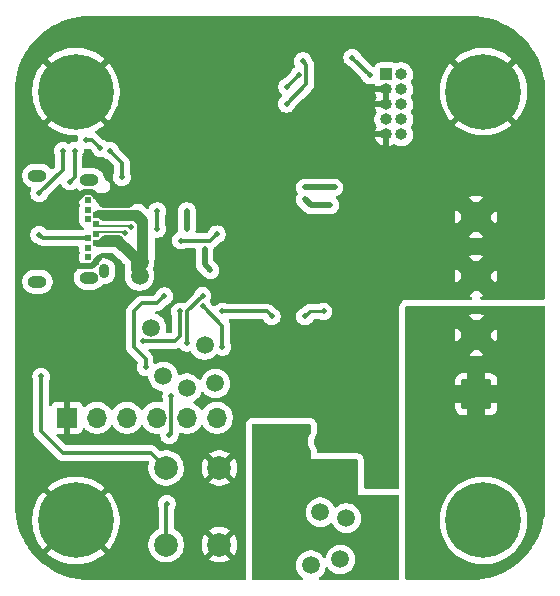
<source format=gbr>
%TF.GenerationSoftware,KiCad,Pcbnew,9.0.0*%
%TF.CreationDate,2025-08-18T11:13:34-07:00*%
%TF.ProjectId,USB_C_Simple_Trig,5553425f-435f-4536-996d-706c655f5472,rev?*%
%TF.SameCoordinates,Original*%
%TF.FileFunction,Copper,L2,Inr*%
%TF.FilePolarity,Positive*%
%FSLAX46Y46*%
G04 Gerber Fmt 4.6, Leading zero omitted, Abs format (unit mm)*
G04 Created by KiCad (PCBNEW 9.0.0) date 2025-08-18 11:13:34*
%MOMM*%
%LPD*%
G01*
G04 APERTURE LIST*
G04 Aperture macros list*
%AMRoundRect*
0 Rectangle with rounded corners*
0 $1 Rounding radius*
0 $2 $3 $4 $5 $6 $7 $8 $9 X,Y pos of 4 corners*
0 Add a 4 corners polygon primitive as box body*
4,1,4,$2,$3,$4,$5,$6,$7,$8,$9,$2,$3,0*
0 Add four circle primitives for the rounded corners*
1,1,$1+$1,$2,$3*
1,1,$1+$1,$4,$5*
1,1,$1+$1,$6,$7*
1,1,$1+$1,$8,$9*
0 Add four rect primitives between the rounded corners*
20,1,$1+$1,$2,$3,$4,$5,0*
20,1,$1+$1,$4,$5,$6,$7,0*
20,1,$1+$1,$6,$7,$8,$9,0*
20,1,$1+$1,$8,$9,$2,$3,0*%
G04 Aperture macros list end*
%TA.AperFunction,ComponentPad*%
%ADD10R,1.000000X1.000000*%
%TD*%
%TA.AperFunction,ComponentPad*%
%ADD11O,1.000000X1.000000*%
%TD*%
%TA.AperFunction,ComponentPad*%
%ADD12C,6.400000*%
%TD*%
%TA.AperFunction,ComponentPad*%
%ADD13C,2.000000*%
%TD*%
%TA.AperFunction,ComponentPad*%
%ADD14O,1.600200X1.016000*%
%TD*%
%TA.AperFunction,ComponentPad*%
%ADD15O,0.914400X1.193800*%
%TD*%
%TA.AperFunction,ComponentPad*%
%ADD16C,0.609600*%
%TD*%
%TA.AperFunction,ComponentPad*%
%ADD17RoundRect,0.250000X1.050000X-1.050000X1.050000X1.050000X-1.050000X1.050000X-1.050000X-1.050000X0*%
%TD*%
%TA.AperFunction,ComponentPad*%
%ADD18C,2.600000*%
%TD*%
%TA.AperFunction,ComponentPad*%
%ADD19R,1.700000X1.700000*%
%TD*%
%TA.AperFunction,ComponentPad*%
%ADD20O,1.700000X1.700000*%
%TD*%
%TA.AperFunction,ViaPad*%
%ADD21C,1.500000*%
%TD*%
%TA.AperFunction,ViaPad*%
%ADD22C,0.500000*%
%TD*%
%TA.AperFunction,ViaPad*%
%ADD23C,0.900000*%
%TD*%
%TA.AperFunction,ViaPad*%
%ADD24C,0.700000*%
%TD*%
%TA.AperFunction,Conductor*%
%ADD25C,0.300000*%
%TD*%
%TA.AperFunction,Conductor*%
%ADD26C,0.500000*%
%TD*%
%TA.AperFunction,Conductor*%
%ADD27C,0.800000*%
%TD*%
%TA.AperFunction,Conductor*%
%ADD28C,0.550000*%
%TD*%
%TA.AperFunction,Conductor*%
%ADD29C,0.254000*%
%TD*%
%TA.AperFunction,Conductor*%
%ADD30C,0.200000*%
%TD*%
G04 APERTURE END LIST*
D10*
%TO.N,+3V3*%
%TO.C,J4*%
X149375000Y-87920000D03*
D11*
%TO.N,/MCU/SWDIO*%
X150645000Y-87920000D03*
%TO.N,GND*%
X149375000Y-89190000D03*
%TO.N,/MCU/SWCLK*%
X150645000Y-89190000D03*
%TO.N,GND*%
X149375000Y-90460000D03*
%TO.N,unconnected-(J4-SWO{slash}TDO-Pad6)*%
X150645000Y-90460000D03*
%TO.N,unconnected-(J4-KEY-Pad7)*%
X149375000Y-91730000D03*
%TO.N,unconnected-(J4-NC{slash}TDI-Pad8)*%
X150645000Y-91730000D03*
%TO.N,GND*%
X149375000Y-93000000D03*
%TO.N,/MCU/NRST*%
X150645000Y-93000000D03*
%TD*%
D12*
%TO.N,GND*%
%TO.C,H4*%
X123100000Y-125700000D03*
%TD*%
D13*
%TO.N,GND*%
%TO.C,SW1*%
X135250000Y-121250000D03*
X135250000Y-127750000D03*
%TO.N,/MCU/NRST*%
X130750000Y-121250000D03*
X130750000Y-127750000D03*
%TD*%
D14*
%TO.N,N/C*%
%TO.C,J1*%
X124247400Y-96876201D03*
X119847400Y-96516199D03*
X124247400Y-105136199D03*
X119847400Y-105496201D03*
D15*
X125487400Y-104606200D03*
D16*
%TO.N,GND*%
X124837400Y-103806393D03*
%TO.N,unconnected-(J1-TX2+-PadB2)*%
X124137400Y-103406267D03*
%TO.N,unconnected-(J1-TX2--PadB3)*%
X124137400Y-102606141D03*
%TO.N,VBUS*%
X124837400Y-102206015D03*
%TO.N,/USB_C_IC/CC2*%
X124137400Y-101781389D03*
%TO.N,/USB_C_IC/data_+*%
X124837400Y-101418763D03*
%TO.N,/USB_C_IC/data_-*%
X124837400Y-100618637D03*
%TO.N,unconnected-(J1-SBU2-PadB8)*%
X124137400Y-100181011D03*
%TO.N,VBUS*%
X124837400Y-99806385D03*
%TO.N,unconnected-(J1-RX1--PadB10)*%
X124137400Y-99406259D03*
%TO.N,unconnected-(J1-RX1+-PadB11)*%
X124137400Y-98606133D03*
%TO.N,GND*%
X124837400Y-98206007D03*
%TD*%
D12*
%TO.N,GND*%
%TO.C,H3*%
X123100000Y-89400000D03*
%TD*%
D17*
%TO.N,VOUT*%
%TO.C,J2*%
X157000000Y-115000000D03*
D18*
X157000000Y-110000000D03*
%TO.N,GND*%
X157000000Y-105000000D03*
X157000000Y-100000000D03*
%TD*%
D19*
%TO.N,GND*%
%TO.C,J3*%
X122340000Y-117000000D03*
D20*
%TO.N,unconnected-(J3-Pin_2-Pad2)*%
X124880000Y-117000000D03*
%TO.N,unconnected-(J3-Pin_3-Pad3)*%
X127420000Y-117000000D03*
%TO.N,/MCU/UART_RX*%
X129960000Y-117000000D03*
%TO.N,/MCU/UART_TX*%
X132500000Y-117000000D03*
%TO.N,unconnected-(J3-Pin_6-Pad6)*%
X135040000Y-117000000D03*
%TD*%
D12*
%TO.N,GND*%
%TO.C,H1*%
X157600000Y-89400000D03*
%TD*%
%TO.N,GND*%
%TO.C,H2*%
X157600000Y-125700000D03*
%TD*%
D21*
%TO.N,VBUS*%
X134000000Y-110849000D03*
D22*
%TO.N,Net-(IC1-VOUT)*%
X135500000Y-111000000D03*
D21*
%TO.N,VBUS*%
X129500000Y-109400000D03*
%TO.N,Net-(IC1-VCC)*%
X130500000Y-113500000D03*
D22*
%TO.N,Net-(Q1-G)*%
X129000000Y-112708619D03*
D21*
%TO.N,Net-(IC1-VCC)*%
X146000000Y-125500000D03*
X143000000Y-129490674D03*
X145500000Y-129000000D03*
%TO.N,VOUT*%
X152000000Y-126000000D03*
X152000000Y-129991674D03*
X157000000Y-120500000D03*
X153500000Y-120500000D03*
X152500000Y-124000000D03*
%TO.N,Net-(Q1-D)*%
X140582114Y-129490674D03*
X145000000Y-121700000D03*
X149500000Y-125000000D03*
X141500000Y-119500000D03*
%TO.N,Net-(IC1-VCC)*%
X143800000Y-125000000D03*
X132500000Y-114500000D03*
D22*
%TO.N,/MCU/NRST*%
X120153000Y-113500000D03*
D21*
%TO.N,Net-(IC1-VCC)*%
X134912500Y-114087500D03*
D22*
%TO.N,GND*%
X126850000Y-98250000D03*
X125157898Y-103400000D03*
X150000000Y-107500000D03*
X126750000Y-97700000D03*
X126650000Y-105550000D03*
X141000000Y-99500000D03*
X123103000Y-104024270D03*
X151000000Y-105500000D03*
X127000000Y-104200000D03*
X136900000Y-93500000D03*
D21*
X144000000Y-119000000D03*
D22*
X123103000Y-103200000D03*
X126729529Y-103794375D03*
X120753000Y-111500000D03*
X137500000Y-109000000D03*
X137750000Y-105925000D03*
D23*
X127400000Y-97750000D03*
D22*
X123150000Y-97950000D03*
D21*
X142500000Y-114500000D03*
D22*
X128000000Y-92500000D03*
X125400000Y-106200000D03*
D24*
X131637500Y-87350000D03*
D23*
X127900000Y-98400000D03*
D22*
X141000000Y-106000000D03*
X126317576Y-97399866D03*
X123150000Y-98950000D03*
X149500000Y-97500000D03*
X126900000Y-104750000D03*
X135000000Y-100500000D03*
D21*
%TO.N,VBUS*%
X128500000Y-105000000D03*
X128500000Y-103850000D03*
D22*
X126946902Y-99679011D03*
%TO.N,+5V*%
X132500000Y-99500000D03*
X132500000Y-101000000D03*
X142500000Y-98500000D03*
X134500000Y-104500000D03*
X144654000Y-99000000D03*
X134000000Y-102725000D03*
%TO.N,+3V3*%
X142500000Y-97500000D03*
X142000000Y-88000000D03*
X145000000Y-97500000D03*
X148000000Y-88000000D03*
X146500000Y-86500000D03*
X141000000Y-89000000D03*
%TO.N,/MCU/STATUS_LED*%
X123000000Y-94400000D03*
X122602000Y-97000000D03*
%TO.N,Net-(IC1-LED)*%
X135500000Y-108000000D03*
X139689468Y-108423000D03*
X128750000Y-110500000D03*
X131900000Y-108000000D03*
%TO.N,Net-(IC1-VOUT)*%
X133825735Y-107522794D03*
%TO.N,/MCU/NRST*%
X142325735Y-86825735D03*
X130800000Y-124300000D03*
X140943236Y-90423265D03*
%TO.N,/MCU/I2C_SCL*%
X142500000Y-108423000D03*
X144077000Y-108000000D03*
%TO.N,Net-(Q1-G)*%
X130587500Y-106715442D03*
X131000000Y-118500000D03*
X131161000Y-115199000D03*
%TO.N,Net-(IC1-VCC)*%
X133825735Y-106674265D03*
X132500000Y-110650000D03*
%TO.N,/USB_C_IC/CC2*%
X125185202Y-94185201D03*
X126000000Y-94400000D03*
X122000000Y-94400000D03*
X130000000Y-101000000D03*
X132000000Y-102000000D03*
X135043015Y-101456985D03*
X120000000Y-98000000D03*
X124000000Y-93500000D03*
X127000000Y-96617201D03*
X130000000Y-99500000D03*
X120000000Y-101500000D03*
%TO.N,/USB_C_IC/data_-*%
X127774626Y-100833011D03*
%TO.N,/USB_C_IC/data_+*%
X127269003Y-101343698D03*
D21*
%TO.N,Net-(Q1-D)*%
X140500000Y-126000000D03*
X139500000Y-119500000D03*
%TD*%
D25*
%TO.N,Net-(IC1-VOUT)*%
X135500000Y-109197059D02*
X135500000Y-111000000D01*
X134000000Y-107697059D02*
X135500000Y-109197059D01*
%TO.N,Net-(Q1-G)*%
X129000000Y-112000000D02*
X129000000Y-112708619D01*
X128686029Y-107313971D02*
X128000000Y-108000000D01*
X130587500Y-106715442D02*
X129988971Y-107313971D01*
X129988971Y-107313971D02*
X128686029Y-107313971D01*
X128000000Y-108000000D02*
X128000000Y-111000000D01*
X128000000Y-111000000D02*
X129000000Y-112000000D01*
%TO.N,Net-(IC1-LED)*%
X131900000Y-110100000D02*
X131900000Y-108100000D01*
X131500000Y-110500000D02*
X131900000Y-110100000D01*
X128750000Y-110500000D02*
X131500000Y-110500000D01*
%TO.N,Net-(Q1-G)*%
X131161000Y-118339000D02*
X131000000Y-118500000D01*
X131161000Y-115199000D02*
X131161000Y-118339000D01*
%TO.N,/MCU/NRST*%
X129500000Y-120000000D02*
X130750000Y-121250000D01*
X122000000Y-120000000D02*
X129500000Y-120000000D01*
X120153000Y-118153000D02*
X122000000Y-120000000D01*
X120153000Y-113500000D02*
X120153000Y-118153000D01*
%TO.N,/USB_C_IC/CC2*%
X120281389Y-101781389D02*
X124137400Y-101781389D01*
X120000000Y-101500000D02*
X120281389Y-101781389D01*
%TO.N,/MCU/STATUS_LED*%
X123000000Y-96602000D02*
X122602000Y-97000000D01*
X123000000Y-94400000D02*
X123000000Y-96602000D01*
%TO.N,/USB_C_IC/CC2*%
X122000000Y-96000000D02*
X120000000Y-98000000D01*
X122000000Y-94400000D02*
X122000000Y-96000000D01*
X124500001Y-93500000D02*
X125185202Y-94185201D01*
X124000000Y-93500000D02*
X124500001Y-93500000D01*
X127000000Y-95400000D02*
X127000000Y-96617201D01*
X126000000Y-94400000D02*
X127000000Y-95400000D01*
%TO.N,+3V3*%
X146500000Y-86500000D02*
X148000000Y-88000000D01*
%TO.N,/MCU/NRST*%
X142601000Y-87101000D02*
X142325735Y-86825735D01*
X142601000Y-88765501D02*
X142601000Y-87101000D01*
X140943236Y-90423265D02*
X142601000Y-88765501D01*
%TO.N,+3V3*%
X142000000Y-88000000D02*
X141000000Y-89000000D01*
D26*
%TO.N,GND*%
X123150000Y-98524670D02*
X123824337Y-97850333D01*
X127400000Y-97750000D02*
X126912600Y-98237400D01*
D27*
X127500000Y-98800000D02*
X125431393Y-98800000D01*
X125431393Y-98800000D02*
X125043200Y-98411807D01*
D26*
X123824337Y-97850333D02*
X124481726Y-97850333D01*
X124481726Y-97850333D02*
X124837400Y-98206007D01*
X124481726Y-104162067D02*
X123240797Y-104162067D01*
X123150000Y-98950000D02*
X123150000Y-98524670D01*
X124837400Y-103720498D02*
X125157898Y-103400000D01*
D27*
X127900000Y-98400000D02*
X127500000Y-98800000D01*
D26*
X123240797Y-104162067D02*
X123103000Y-104024270D01*
D27*
X125043200Y-98411807D02*
X125043200Y-98349626D01*
D26*
X124837400Y-103806393D02*
X124481726Y-104162067D01*
X126912600Y-98237400D02*
X124868793Y-98237400D01*
D28*
%TO.N,VBUS*%
X124931385Y-102300000D02*
X124837400Y-102206015D01*
X126719701Y-101819701D02*
X127300000Y-102400000D01*
X125129366Y-99806385D02*
X124837400Y-99806385D01*
X126626720Y-102300000D02*
X124931385Y-102300000D01*
X128176720Y-103850000D02*
X126626720Y-102300000D01*
X124837400Y-99806385D02*
X124964774Y-99679011D01*
X128000000Y-104500000D02*
X128500000Y-105000000D01*
X128500626Y-100532291D02*
X128075346Y-100107011D01*
X128991165Y-103508835D02*
X128500000Y-104000000D01*
X127342950Y-102400000D02*
X128346475Y-103403525D01*
X124964774Y-99679011D02*
X128379011Y-99679011D01*
X128075346Y-100107011D02*
X125442989Y-100107011D01*
X128000000Y-103750000D02*
X128000000Y-104500000D01*
X125160818Y-102199563D02*
X125540680Y-101819701D01*
X128379011Y-99679011D02*
X128991165Y-100291165D01*
X125436490Y-100113510D02*
X125129366Y-99806385D01*
X128500626Y-103849374D02*
X128500626Y-100532291D01*
X125442989Y-100107011D02*
X125436490Y-100113510D01*
X128346475Y-103403525D02*
X128000000Y-103750000D01*
X128991165Y-100291165D02*
X128991165Y-103508835D01*
X125540680Y-101819701D02*
X126719701Y-101819701D01*
X124843852Y-102199563D02*
X125160818Y-102199563D01*
X127300000Y-102400000D02*
X127342950Y-102400000D01*
D26*
%TO.N,+5V*%
X144654000Y-99000000D02*
X143000000Y-99000000D01*
X134000000Y-104000000D02*
X134500000Y-104500000D01*
X143000000Y-99000000D02*
X142500000Y-98500000D01*
X134000000Y-102725000D02*
X134000000Y-104000000D01*
X132500000Y-99500000D02*
X132500000Y-101000000D01*
%TO.N,+3V3*%
X145000000Y-97500000D02*
X142500000Y-97500000D01*
D25*
%TO.N,Net-(IC1-LED)*%
X139689468Y-108423000D02*
X139266468Y-108000000D01*
X139266468Y-108000000D02*
X135500000Y-108000000D01*
%TO.N,/MCU/NRST*%
X130750000Y-124350000D02*
X130750000Y-127750000D01*
D29*
%TO.N,/MCU/I2C_SCL*%
X142923000Y-108000000D02*
X142500000Y-108423000D01*
X144077000Y-108000000D02*
X142923000Y-108000000D01*
D25*
%TO.N,Net-(IC1-VCC)*%
X132500000Y-108000000D02*
X132500000Y-110650000D01*
X133825735Y-106674265D02*
X132500000Y-108000000D01*
%TO.N,/USB_C_IC/CC2*%
X130000000Y-101000000D02*
X130000000Y-99500000D01*
X135043015Y-101456985D02*
X134500000Y-102000000D01*
X134500000Y-102000000D02*
X132000000Y-102000000D01*
D30*
%TO.N,/USB_C_IC/data_-*%
X127611898Y-100793699D02*
X125014462Y-100793699D01*
X125014462Y-100793699D02*
X124839400Y-100618637D01*
X127651210Y-100833011D02*
X127611898Y-100793699D01*
%TO.N,/USB_C_IC/data_+*%
X125014462Y-101243701D02*
X124839400Y-101418763D01*
X127169006Y-101243701D02*
X125014462Y-101243701D01*
D25*
%TO.N,/MCU/NRST*%
X142601000Y-87101000D02*
X142325735Y-86825735D01*
%TD*%
%TA.AperFunction,Conductor*%
%TO.N,GND*%
G36*
X156552324Y-83000587D02*
G01*
X156585205Y-83001817D01*
X157016140Y-83017942D01*
X157025356Y-83018632D01*
X157484289Y-83070341D01*
X157493442Y-83071721D01*
X157947224Y-83157581D01*
X157956227Y-83159635D01*
X158402325Y-83279167D01*
X158411182Y-83281899D01*
X158847088Y-83434429D01*
X158855720Y-83437817D01*
X159279008Y-83622496D01*
X159287362Y-83626520D01*
X159695640Y-83842301D01*
X159703671Y-83846937D01*
X160094707Y-84092641D01*
X160102369Y-84097865D01*
X160473949Y-84372104D01*
X160481187Y-84377876D01*
X160831233Y-84679115D01*
X160838030Y-84685422D01*
X161164577Y-85011969D01*
X161170884Y-85018766D01*
X161472118Y-85368806D01*
X161477900Y-85376056D01*
X161752134Y-85747630D01*
X161757358Y-85755292D01*
X162003062Y-86146328D01*
X162007698Y-86154359D01*
X162223479Y-86562637D01*
X162227503Y-86570991D01*
X162412182Y-86994279D01*
X162415570Y-87002911D01*
X162568100Y-87438817D01*
X162570833Y-87447678D01*
X162690358Y-87893750D01*
X162692421Y-87902791D01*
X162778277Y-88356550D01*
X162779659Y-88365719D01*
X162831365Y-88824625D01*
X162832058Y-88833873D01*
X162849412Y-89297673D01*
X162849499Y-89302309D01*
X162849499Y-106870500D01*
X162829814Y-106937539D01*
X162777010Y-106983294D01*
X162725499Y-106994500D01*
X157452961Y-106994500D01*
X157385922Y-106974815D01*
X157340167Y-106922011D01*
X157330223Y-106852853D01*
X157359248Y-106789297D01*
X157418026Y-106751523D01*
X157420868Y-106750725D01*
X157579834Y-106708130D01*
X157627660Y-106688319D01*
X157000001Y-106060660D01*
X157000000Y-106060660D01*
X156372338Y-106688319D01*
X156372338Y-106688320D01*
X156420152Y-106708125D01*
X156420165Y-106708129D01*
X156579133Y-106750725D01*
X156638793Y-106787090D01*
X156669322Y-106849937D01*
X156661027Y-106919313D01*
X156616542Y-106973191D01*
X156549990Y-106994465D01*
X156547039Y-106994500D01*
X151124000Y-106994500D01*
X151123991Y-106994500D01*
X151123990Y-106994501D01*
X151016549Y-107006052D01*
X151016537Y-107006054D01*
X150965027Y-107017260D01*
X150862502Y-107051383D01*
X150862496Y-107051386D01*
X150741462Y-107129171D01*
X150741451Y-107129179D01*
X150688659Y-107174923D01*
X150594433Y-107283664D01*
X150594430Y-107283668D01*
X150534664Y-107414534D01*
X150514976Y-107481582D01*
X150494500Y-107624001D01*
X150494500Y-122870500D01*
X150474815Y-122937539D01*
X150422011Y-122983294D01*
X150370500Y-122994500D01*
X147629500Y-122994500D01*
X147562461Y-122974815D01*
X147516706Y-122922011D01*
X147505500Y-122870500D01*
X147505500Y-120624010D01*
X147505500Y-120624000D01*
X147493947Y-120516544D01*
X147482741Y-120465033D01*
X147454737Y-120380894D01*
X147448616Y-120362502D01*
X147448613Y-120362496D01*
X147390769Y-120272490D01*
X147370825Y-120241457D01*
X147370820Y-120241451D01*
X147325076Y-120188659D01*
X147325072Y-120188656D01*
X147325070Y-120188653D01*
X147216336Y-120094433D01*
X147216333Y-120094431D01*
X147216331Y-120094430D01*
X147085465Y-120034664D01*
X147085460Y-120034662D01*
X147085459Y-120034662D01*
X147018420Y-120014977D01*
X147018422Y-120014977D01*
X147018417Y-120014976D01*
X146970944Y-120008150D01*
X146876000Y-119994500D01*
X146875998Y-119994500D01*
X143629500Y-119994500D01*
X143562461Y-119974815D01*
X143516706Y-119922011D01*
X143505500Y-119870500D01*
X143505500Y-119791359D01*
X143505294Y-119776973D01*
X143505294Y-119776969D01*
X143505092Y-119769889D01*
X143504473Y-119755442D01*
X143475898Y-119614428D01*
X143452418Y-119548623D01*
X143385276Y-119421375D01*
X143368550Y-119398355D01*
X143358387Y-119381772D01*
X143314008Y-119294673D01*
X143306567Y-119276709D01*
X143276356Y-119183730D01*
X143271817Y-119164824D01*
X143256526Y-119068271D01*
X143255000Y-119048875D01*
X143255000Y-118951122D01*
X143256526Y-118931726D01*
X143271816Y-118835181D01*
X143276357Y-118816265D01*
X143306567Y-118723290D01*
X143314006Y-118705330D01*
X143358393Y-118618215D01*
X143368549Y-118601643D01*
X143385275Y-118578625D01*
X143393607Y-118566805D01*
X143397604Y-118560959D01*
X143405567Y-118548949D01*
X143465338Y-118418072D01*
X143485023Y-118351033D01*
X143485024Y-118351029D01*
X143505500Y-118208613D01*
X143505500Y-117624000D01*
X143493947Y-117516544D01*
X143482741Y-117465033D01*
X143481615Y-117461650D01*
X143448616Y-117362502D01*
X143448613Y-117362496D01*
X143370828Y-117241462D01*
X143370825Y-117241457D01*
X143328831Y-117192993D01*
X143325076Y-117188659D01*
X143325072Y-117188656D01*
X143325070Y-117188653D01*
X143216336Y-117094433D01*
X143216333Y-117094431D01*
X143216331Y-117094430D01*
X143085465Y-117034664D01*
X143085460Y-117034662D01*
X143085459Y-117034662D01*
X143018420Y-117014977D01*
X143018422Y-117014977D01*
X143018417Y-117014976D01*
X142956347Y-117006052D01*
X142876000Y-116994500D01*
X138124000Y-116994500D01*
X138123991Y-116994500D01*
X138123990Y-116994501D01*
X138016549Y-117006052D01*
X138016537Y-117006054D01*
X137965027Y-117017260D01*
X137862502Y-117051383D01*
X137862496Y-117051386D01*
X137741462Y-117129171D01*
X137741451Y-117129179D01*
X137688659Y-117174923D01*
X137594433Y-117283664D01*
X137594430Y-117283668D01*
X137534664Y-117414534D01*
X137514976Y-117481582D01*
X137509949Y-117516549D01*
X137494502Y-117623990D01*
X137494500Y-117624001D01*
X137494500Y-130617174D01*
X137474815Y-130684213D01*
X137422011Y-130729968D01*
X137370500Y-130741174D01*
X124260635Y-130741174D01*
X124255999Y-130741087D01*
X123792196Y-130723734D01*
X123782949Y-130723041D01*
X123324043Y-130671336D01*
X123314873Y-130669954D01*
X122861114Y-130584100D01*
X122852076Y-130582037D01*
X122674936Y-130534573D01*
X122405995Y-130462511D01*
X122397135Y-130459778D01*
X121961236Y-130307253D01*
X121952603Y-130303865D01*
X121529312Y-130119184D01*
X121520958Y-130115161D01*
X121112671Y-129899376D01*
X121104648Y-129894744D01*
X120713612Y-129649040D01*
X120705950Y-129643816D01*
X120461667Y-129463528D01*
X120334379Y-129369584D01*
X120327133Y-129363807D01*
X120245375Y-129293449D01*
X119977077Y-129062560D01*
X119970280Y-129056252D01*
X119643747Y-128729719D01*
X119637439Y-128722921D01*
X119463146Y-128520388D01*
X119463146Y-128520387D01*
X119336193Y-128372866D01*
X119330411Y-128365616D01*
X119301170Y-128325996D01*
X119056183Y-127994049D01*
X119050959Y-127986387D01*
X118805255Y-127595351D01*
X118800627Y-127587336D01*
X118584830Y-127179025D01*
X118580815Y-127170687D01*
X118454379Y-126880894D01*
X118396127Y-126747380D01*
X118392752Y-126738779D01*
X118240219Y-126302859D01*
X118237491Y-126294016D01*
X118117957Y-125847904D01*
X118115902Y-125838901D01*
X118055229Y-125518234D01*
X119400000Y-125518234D01*
X119400000Y-125881765D01*
X119435632Y-126243556D01*
X119506550Y-126600090D01*
X119506553Y-126600101D01*
X119612086Y-126947997D01*
X119751207Y-127283864D01*
X119751209Y-127283869D01*
X119922570Y-127604462D01*
X119922581Y-127604480D01*
X120124551Y-127906750D01*
X120311678Y-128134765D01*
X120311679Y-128134766D01*
X121805747Y-126640697D01*
X121879588Y-126742330D01*
X122057670Y-126920412D01*
X122159301Y-126994251D01*
X120665232Y-128488319D01*
X120665233Y-128488320D01*
X120893249Y-128675448D01*
X121195519Y-128877418D01*
X121195537Y-128877429D01*
X121516130Y-129048790D01*
X121516135Y-129048792D01*
X121852002Y-129187913D01*
X122199898Y-129293446D01*
X122199909Y-129293449D01*
X122556443Y-129364367D01*
X122918234Y-129400000D01*
X123281766Y-129400000D01*
X123643556Y-129364367D01*
X124000090Y-129293449D01*
X124000101Y-129293446D01*
X124347997Y-129187913D01*
X124683864Y-129048792D01*
X124683869Y-129048790D01*
X125004462Y-128877429D01*
X125004480Y-128877418D01*
X125306736Y-128675457D01*
X125306750Y-128675447D01*
X125534765Y-128488320D01*
X125534766Y-128488319D01*
X124040698Y-126994251D01*
X124142330Y-126920412D01*
X124320412Y-126742330D01*
X124394251Y-126640698D01*
X125888319Y-128134766D01*
X125888320Y-128134765D01*
X126075447Y-127906750D01*
X126075457Y-127906736D01*
X126259095Y-127631902D01*
X129249500Y-127631902D01*
X129249500Y-127868097D01*
X129286446Y-128101368D01*
X129359433Y-128325996D01*
X129442142Y-128488320D01*
X129466657Y-128536433D01*
X129605483Y-128727510D01*
X129772490Y-128894517D01*
X129963567Y-129033343D01*
X130020909Y-129062560D01*
X130174003Y-129140566D01*
X130174005Y-129140566D01*
X130174008Y-129140568D01*
X130294412Y-129179689D01*
X130398631Y-129213553D01*
X130631903Y-129250500D01*
X130631908Y-129250500D01*
X130868097Y-129250500D01*
X131101368Y-129213553D01*
X131102870Y-129213065D01*
X131325992Y-129140568D01*
X131536433Y-129033343D01*
X131727510Y-128894517D01*
X131894517Y-128727510D01*
X132033343Y-128536433D01*
X132140568Y-128325992D01*
X132213553Y-128101368D01*
X132231764Y-127986387D01*
X132250500Y-127868097D01*
X132250500Y-127631947D01*
X133750000Y-127631947D01*
X133750000Y-127868052D01*
X133786934Y-128101247D01*
X133859897Y-128325802D01*
X133967087Y-128536174D01*
X134027338Y-128619104D01*
X134027340Y-128619105D01*
X134726212Y-127920233D01*
X134737482Y-127962292D01*
X134809890Y-128087708D01*
X134912292Y-128190110D01*
X135037708Y-128262518D01*
X135079765Y-128273787D01*
X134380893Y-128972658D01*
X134463828Y-129032914D01*
X134674197Y-129140102D01*
X134898752Y-129213065D01*
X134898751Y-129213065D01*
X135131948Y-129250000D01*
X135368052Y-129250000D01*
X135601247Y-129213065D01*
X135825802Y-129140102D01*
X136036163Y-129032918D01*
X136036169Y-129032914D01*
X136119104Y-128972658D01*
X136119105Y-128972658D01*
X135420233Y-128273787D01*
X135462292Y-128262518D01*
X135587708Y-128190110D01*
X135690110Y-128087708D01*
X135762518Y-127962292D01*
X135773787Y-127920234D01*
X136472658Y-128619105D01*
X136472658Y-128619104D01*
X136532914Y-128536169D01*
X136532918Y-128536163D01*
X136640102Y-128325802D01*
X136713065Y-128101247D01*
X136750000Y-127868052D01*
X136750000Y-127631947D01*
X136713065Y-127398752D01*
X136640102Y-127174197D01*
X136532914Y-126963828D01*
X136472658Y-126880894D01*
X136472658Y-126880893D01*
X135773787Y-127579765D01*
X135762518Y-127537708D01*
X135690110Y-127412292D01*
X135587708Y-127309890D01*
X135462292Y-127237482D01*
X135420234Y-127226212D01*
X136119105Y-126527340D01*
X136119104Y-126527338D01*
X136036174Y-126467087D01*
X135825802Y-126359897D01*
X135601247Y-126286934D01*
X135601248Y-126286934D01*
X135368052Y-126250000D01*
X135131948Y-126250000D01*
X134898752Y-126286934D01*
X134674197Y-126359897D01*
X134463830Y-126467084D01*
X134380894Y-126527340D01*
X135079766Y-127226212D01*
X135037708Y-127237482D01*
X134912292Y-127309890D01*
X134809890Y-127412292D01*
X134737482Y-127537708D01*
X134726212Y-127579766D01*
X134027340Y-126880894D01*
X133967084Y-126963830D01*
X133859897Y-127174197D01*
X133786934Y-127398752D01*
X133750000Y-127631947D01*
X132250500Y-127631947D01*
X132250500Y-127631902D01*
X132213553Y-127398631D01*
X132176262Y-127283864D01*
X132140568Y-127174008D01*
X132140566Y-127174005D01*
X132140566Y-127174003D01*
X132033477Y-126963830D01*
X132033343Y-126963567D01*
X131894517Y-126772490D01*
X131727510Y-126605483D01*
X131536433Y-126466657D01*
X131536432Y-126466656D01*
X131536430Y-126466655D01*
X131468204Y-126431891D01*
X131417408Y-126383916D01*
X131400500Y-126321407D01*
X131400500Y-124789767D01*
X131420185Y-124722728D01*
X131421398Y-124720876D01*
X131465080Y-124655501D01*
X131465080Y-124655500D01*
X131465084Y-124655495D01*
X131521658Y-124518913D01*
X131537023Y-124441672D01*
X131550500Y-124373920D01*
X131550500Y-124226079D01*
X131521659Y-124081092D01*
X131521658Y-124081091D01*
X131521658Y-124081087D01*
X131511045Y-124055464D01*
X131465087Y-123944511D01*
X131465080Y-123944498D01*
X131382951Y-123821584D01*
X131382948Y-123821580D01*
X131278419Y-123717051D01*
X131278415Y-123717048D01*
X131155501Y-123634919D01*
X131155488Y-123634912D01*
X131018917Y-123578343D01*
X131018907Y-123578340D01*
X130873920Y-123549500D01*
X130873918Y-123549500D01*
X130726082Y-123549500D01*
X130726080Y-123549500D01*
X130581092Y-123578340D01*
X130581082Y-123578343D01*
X130444511Y-123634912D01*
X130444498Y-123634919D01*
X130321584Y-123717048D01*
X130321580Y-123717051D01*
X130217051Y-123821580D01*
X130217048Y-123821584D01*
X130134919Y-123944498D01*
X130134912Y-123944511D01*
X130078343Y-124081082D01*
X130078340Y-124081092D01*
X130049500Y-124226079D01*
X130049500Y-124226082D01*
X130049500Y-124373918D01*
X130049500Y-124373920D01*
X130049499Y-124373920D01*
X130078340Y-124518907D01*
X130078343Y-124518917D01*
X130090061Y-124547206D01*
X130099500Y-124594658D01*
X130099500Y-126321407D01*
X130079815Y-126388446D01*
X130031796Y-126431891D01*
X129963569Y-126466655D01*
X129880047Y-126527338D01*
X129772490Y-126605483D01*
X129772488Y-126605485D01*
X129772487Y-126605485D01*
X129605485Y-126772487D01*
X129605485Y-126772488D01*
X129605483Y-126772490D01*
X129601727Y-126777660D01*
X129466657Y-126963566D01*
X129359433Y-127174003D01*
X129286446Y-127398631D01*
X129249500Y-127631902D01*
X126259095Y-127631902D01*
X126277418Y-127604480D01*
X126277420Y-127604477D01*
X126296606Y-127568583D01*
X126296608Y-127568580D01*
X126448790Y-127283869D01*
X126448792Y-127283864D01*
X126587913Y-126947997D01*
X126693446Y-126600101D01*
X126693449Y-126600090D01*
X126764367Y-126243556D01*
X126800000Y-125881765D01*
X126800000Y-125518234D01*
X126764367Y-125156443D01*
X126693449Y-124799909D01*
X126693446Y-124799898D01*
X126587913Y-124452002D01*
X126448792Y-124116135D01*
X126448790Y-124116130D01*
X126277429Y-123795537D01*
X126277418Y-123795519D01*
X126075448Y-123493249D01*
X125888320Y-123265233D01*
X125888319Y-123265232D01*
X124394251Y-124759300D01*
X124320412Y-124657670D01*
X124142330Y-124479588D01*
X124040698Y-124405748D01*
X125534766Y-122911679D01*
X125534765Y-122911678D01*
X125306750Y-122724551D01*
X125004480Y-122522581D01*
X125004462Y-122522570D01*
X124683869Y-122351209D01*
X124683864Y-122351207D01*
X124347997Y-122212086D01*
X124000101Y-122106553D01*
X124000090Y-122106550D01*
X123643556Y-122035632D01*
X123281766Y-122000000D01*
X122918234Y-122000000D01*
X122556443Y-122035632D01*
X122199909Y-122106550D01*
X122199898Y-122106553D01*
X121852002Y-122212086D01*
X121516135Y-122351207D01*
X121516130Y-122351209D01*
X121195537Y-122522570D01*
X121195519Y-122522581D01*
X120893258Y-122724545D01*
X120893254Y-122724548D01*
X120665233Y-122911679D01*
X120665233Y-122911680D01*
X122159301Y-124405748D01*
X122057670Y-124479588D01*
X121879588Y-124657670D01*
X121805748Y-124759301D01*
X120311680Y-123265233D01*
X120311679Y-123265233D01*
X120124548Y-123493254D01*
X120124545Y-123493258D01*
X119922581Y-123795519D01*
X119922570Y-123795537D01*
X119751209Y-124116130D01*
X119751207Y-124116135D01*
X119612086Y-124452002D01*
X119506553Y-124799898D01*
X119506550Y-124799909D01*
X119435632Y-125156443D01*
X119400000Y-125518234D01*
X118055229Y-125518234D01*
X118030044Y-125385124D01*
X118028663Y-125375956D01*
X118011380Y-125222559D01*
X117976956Y-124917036D01*
X117976266Y-124907817D01*
X117958913Y-124444001D01*
X117958826Y-124439365D01*
X117958826Y-113573920D01*
X119402499Y-113573920D01*
X119431340Y-113718907D01*
X119431343Y-113718917D01*
X119490247Y-113861124D01*
X119489383Y-113861481D01*
X119502500Y-113913840D01*
X119502500Y-118217071D01*
X119521036Y-118310253D01*
X119521036Y-118310254D01*
X119527497Y-118342737D01*
X119527498Y-118342741D01*
X119527499Y-118342744D01*
X119576535Y-118461127D01*
X119580236Y-118466666D01*
X119647726Y-118567673D01*
X121585327Y-120505274D01*
X121585330Y-120505276D01*
X121638969Y-120541116D01*
X121691873Y-120576465D01*
X121810256Y-120625501D01*
X121810260Y-120625501D01*
X121810261Y-120625502D01*
X121935928Y-120650500D01*
X121935931Y-120650500D01*
X129179192Y-120650500D01*
X129208632Y-120659144D01*
X129238619Y-120665668D01*
X129243634Y-120669422D01*
X129246231Y-120670185D01*
X129266873Y-120686819D01*
X129279859Y-120699805D01*
X129313344Y-120761128D01*
X129310109Y-120825803D01*
X129286447Y-120898628D01*
X129249500Y-121131902D01*
X129249500Y-121368097D01*
X129286446Y-121601368D01*
X129359433Y-121825996D01*
X129448093Y-122000000D01*
X129466657Y-122036433D01*
X129605483Y-122227510D01*
X129772490Y-122394517D01*
X129963567Y-122533343D01*
X130062991Y-122584002D01*
X130174003Y-122640566D01*
X130174005Y-122640566D01*
X130174008Y-122640568D01*
X130294412Y-122679689D01*
X130398631Y-122713553D01*
X130631903Y-122750500D01*
X130631908Y-122750500D01*
X130868097Y-122750500D01*
X131101368Y-122713553D01*
X131179596Y-122688135D01*
X131325992Y-122640568D01*
X131536433Y-122533343D01*
X131727510Y-122394517D01*
X131894517Y-122227510D01*
X132033343Y-122036433D01*
X132140568Y-121825992D01*
X132213553Y-121601368D01*
X132215717Y-121587708D01*
X132250500Y-121368097D01*
X132250500Y-121131947D01*
X133750000Y-121131947D01*
X133750000Y-121368052D01*
X133786934Y-121601247D01*
X133859897Y-121825802D01*
X133967087Y-122036174D01*
X134027338Y-122119104D01*
X134027340Y-122119105D01*
X134726212Y-121420233D01*
X134737482Y-121462292D01*
X134809890Y-121587708D01*
X134912292Y-121690110D01*
X135037708Y-121762518D01*
X135079765Y-121773787D01*
X134380893Y-122472658D01*
X134463828Y-122532914D01*
X134674197Y-122640102D01*
X134898752Y-122713065D01*
X134898751Y-122713065D01*
X135131948Y-122750000D01*
X135368052Y-122750000D01*
X135601247Y-122713065D01*
X135825802Y-122640102D01*
X136036163Y-122532918D01*
X136036169Y-122532914D01*
X136119104Y-122472658D01*
X136119105Y-122472658D01*
X135420233Y-121773787D01*
X135462292Y-121762518D01*
X135587708Y-121690110D01*
X135690110Y-121587708D01*
X135762518Y-121462292D01*
X135773787Y-121420234D01*
X136472658Y-122119105D01*
X136472658Y-122119104D01*
X136532914Y-122036169D01*
X136532918Y-122036163D01*
X136640102Y-121825802D01*
X136713065Y-121601247D01*
X136750000Y-121368052D01*
X136750000Y-121131947D01*
X136713065Y-120898752D01*
X136640102Y-120674197D01*
X136532914Y-120463828D01*
X136472658Y-120380894D01*
X136472658Y-120380893D01*
X135773787Y-121079765D01*
X135762518Y-121037708D01*
X135690110Y-120912292D01*
X135587708Y-120809890D01*
X135462292Y-120737482D01*
X135420234Y-120726212D01*
X136119105Y-120027340D01*
X136119104Y-120027338D01*
X136036174Y-119967087D01*
X135825802Y-119859897D01*
X135601247Y-119786934D01*
X135601248Y-119786934D01*
X135368052Y-119750000D01*
X135131948Y-119750000D01*
X134898752Y-119786934D01*
X134674197Y-119859897D01*
X134463830Y-119967084D01*
X134380894Y-120027340D01*
X135079766Y-120726212D01*
X135037708Y-120737482D01*
X134912292Y-120809890D01*
X134809890Y-120912292D01*
X134737482Y-121037708D01*
X134726212Y-121079766D01*
X134027340Y-120380894D01*
X133967084Y-120463830D01*
X133859897Y-120674197D01*
X133786934Y-120898752D01*
X133750000Y-121131947D01*
X132250500Y-121131947D01*
X132250500Y-121131902D01*
X132213553Y-120898631D01*
X132168875Y-120761128D01*
X132140568Y-120674008D01*
X132140566Y-120674005D01*
X132140566Y-120674003D01*
X132072856Y-120541116D01*
X132033343Y-120463567D01*
X131894517Y-120272490D01*
X131727510Y-120105483D01*
X131536433Y-119966657D01*
X131325996Y-119859433D01*
X131101368Y-119786446D01*
X130868097Y-119749500D01*
X130868092Y-119749500D01*
X130631908Y-119749500D01*
X130631903Y-119749500D01*
X130398628Y-119786447D01*
X130325803Y-119810109D01*
X130255962Y-119812104D01*
X130199805Y-119779859D01*
X129914674Y-119494727D01*
X129914673Y-119494726D01*
X129914669Y-119494723D01*
X129808127Y-119423535D01*
X129802912Y-119421375D01*
X129689744Y-119374499D01*
X129689738Y-119374497D01*
X129564071Y-119349500D01*
X129564069Y-119349500D01*
X122320808Y-119349500D01*
X122253769Y-119329815D01*
X122233127Y-119313181D01*
X121481627Y-118561681D01*
X121448142Y-118500358D01*
X121453126Y-118430666D01*
X121494998Y-118374733D01*
X121560462Y-118350316D01*
X121569308Y-118350000D01*
X122090000Y-118350000D01*
X122090000Y-117433012D01*
X122147007Y-117465925D01*
X122274174Y-117500000D01*
X122405826Y-117500000D01*
X122532993Y-117465925D01*
X122590000Y-117433012D01*
X122590000Y-118350000D01*
X123237828Y-118350000D01*
X123237844Y-118349999D01*
X123297372Y-118343598D01*
X123297379Y-118343596D01*
X123432086Y-118293354D01*
X123432093Y-118293350D01*
X123547187Y-118207190D01*
X123547190Y-118207187D01*
X123633350Y-118092093D01*
X123633354Y-118092086D01*
X123682422Y-117960529D01*
X123724293Y-117904595D01*
X123789757Y-117880178D01*
X123858030Y-117895030D01*
X123886285Y-117916181D01*
X124000213Y-118030109D01*
X124172179Y-118155048D01*
X124172181Y-118155049D01*
X124172184Y-118155051D01*
X124361588Y-118251557D01*
X124563757Y-118317246D01*
X124773713Y-118350500D01*
X124773714Y-118350500D01*
X124986286Y-118350500D01*
X124986287Y-118350500D01*
X125196243Y-118317246D01*
X125398412Y-118251557D01*
X125587816Y-118155051D01*
X125674471Y-118092093D01*
X125759786Y-118030109D01*
X125759788Y-118030106D01*
X125759792Y-118030104D01*
X125910104Y-117879792D01*
X125910106Y-117879788D01*
X125910109Y-117879786D01*
X126035048Y-117707820D01*
X126035047Y-117707820D01*
X126035051Y-117707816D01*
X126039514Y-117699054D01*
X126087488Y-117648259D01*
X126155308Y-117631463D01*
X126221444Y-117653999D01*
X126260486Y-117699056D01*
X126264951Y-117707820D01*
X126389890Y-117879786D01*
X126540213Y-118030109D01*
X126712179Y-118155048D01*
X126712181Y-118155049D01*
X126712184Y-118155051D01*
X126901588Y-118251557D01*
X127103757Y-118317246D01*
X127313713Y-118350500D01*
X127313714Y-118350500D01*
X127526286Y-118350500D01*
X127526287Y-118350500D01*
X127736243Y-118317246D01*
X127938412Y-118251557D01*
X128127816Y-118155051D01*
X128214471Y-118092093D01*
X128299786Y-118030109D01*
X128299788Y-118030106D01*
X128299792Y-118030104D01*
X128450104Y-117879792D01*
X128450106Y-117879788D01*
X128450109Y-117879786D01*
X128575048Y-117707820D01*
X128575047Y-117707820D01*
X128575051Y-117707816D01*
X128579514Y-117699054D01*
X128627488Y-117648259D01*
X128695308Y-117631463D01*
X128761444Y-117653999D01*
X128800486Y-117699056D01*
X128804951Y-117707820D01*
X128929890Y-117879786D01*
X129080213Y-118030109D01*
X129252179Y-118155048D01*
X129252181Y-118155049D01*
X129252184Y-118155051D01*
X129441588Y-118251557D01*
X129643757Y-118317246D01*
X129853713Y-118350500D01*
X129853714Y-118350500D01*
X130066284Y-118350500D01*
X130066287Y-118350500D01*
X130106104Y-118344193D01*
X130175394Y-118353147D01*
X130228846Y-118398142D01*
X130249487Y-118464893D01*
X130249500Y-118466666D01*
X130249500Y-118573918D01*
X130249500Y-118573920D01*
X130249499Y-118573920D01*
X130278340Y-118718907D01*
X130278343Y-118718917D01*
X130334912Y-118855488D01*
X130334919Y-118855501D01*
X130417048Y-118978415D01*
X130417051Y-118978419D01*
X130521580Y-119082948D01*
X130521584Y-119082951D01*
X130644498Y-119165080D01*
X130644511Y-119165087D01*
X130781082Y-119221656D01*
X130781087Y-119221658D01*
X130781091Y-119221658D01*
X130781092Y-119221659D01*
X130926079Y-119250500D01*
X130926082Y-119250500D01*
X131073920Y-119250500D01*
X131171462Y-119231096D01*
X131218913Y-119221658D01*
X131355495Y-119165084D01*
X131478416Y-119082951D01*
X131582951Y-118978416D01*
X131665084Y-118855495D01*
X131721658Y-118718913D01*
X131732143Y-118666196D01*
X131736029Y-118651464D01*
X131737461Y-118647132D01*
X131737465Y-118647127D01*
X131786501Y-118528744D01*
X131799951Y-118461127D01*
X131811500Y-118403069D01*
X131811500Y-118366682D01*
X131831185Y-118299643D01*
X131883989Y-118253888D01*
X131953147Y-118243944D01*
X131976826Y-118250443D01*
X131976954Y-118250051D01*
X131981586Y-118251556D01*
X131981588Y-118251557D01*
X132183757Y-118317246D01*
X132393713Y-118350500D01*
X132393714Y-118350500D01*
X132606286Y-118350500D01*
X132606287Y-118350500D01*
X132816243Y-118317246D01*
X133018412Y-118251557D01*
X133207816Y-118155051D01*
X133294471Y-118092093D01*
X133379786Y-118030109D01*
X133379788Y-118030106D01*
X133379792Y-118030104D01*
X133530104Y-117879792D01*
X133530106Y-117879788D01*
X133530109Y-117879786D01*
X133655048Y-117707820D01*
X133655047Y-117707820D01*
X133655051Y-117707816D01*
X133659514Y-117699054D01*
X133707488Y-117648259D01*
X133775308Y-117631463D01*
X133841444Y-117653999D01*
X133880486Y-117699056D01*
X133884951Y-117707820D01*
X134009890Y-117879786D01*
X134160213Y-118030109D01*
X134332179Y-118155048D01*
X134332181Y-118155049D01*
X134332184Y-118155051D01*
X134521588Y-118251557D01*
X134723757Y-118317246D01*
X134933713Y-118350500D01*
X134933714Y-118350500D01*
X135146286Y-118350500D01*
X135146287Y-118350500D01*
X135356243Y-118317246D01*
X135558412Y-118251557D01*
X135747816Y-118155051D01*
X135834471Y-118092093D01*
X135919786Y-118030109D01*
X135919788Y-118030106D01*
X135919792Y-118030104D01*
X136070104Y-117879792D01*
X136070106Y-117879788D01*
X136070109Y-117879786D01*
X136195048Y-117707820D01*
X136195047Y-117707820D01*
X136195051Y-117707816D01*
X136291557Y-117518412D01*
X136357246Y-117316243D01*
X136390500Y-117106287D01*
X136390500Y-116893713D01*
X136357246Y-116683757D01*
X136291557Y-116481588D01*
X136195051Y-116292184D01*
X136195049Y-116292181D01*
X136195048Y-116292179D01*
X136070109Y-116120213D01*
X135919786Y-115969890D01*
X135747820Y-115844951D01*
X135558414Y-115748444D01*
X135558413Y-115748443D01*
X135558412Y-115748443D01*
X135356243Y-115682754D01*
X135356241Y-115682753D01*
X135356240Y-115682753D01*
X135194957Y-115657208D01*
X135146287Y-115649500D01*
X134933713Y-115649500D01*
X134885042Y-115657208D01*
X134723760Y-115682753D01*
X134521585Y-115748444D01*
X134332179Y-115844951D01*
X134160213Y-115969890D01*
X134009890Y-116120213D01*
X133884949Y-116292182D01*
X133880484Y-116300946D01*
X133832509Y-116351742D01*
X133764688Y-116368536D01*
X133698553Y-116345998D01*
X133659516Y-116300946D01*
X133655050Y-116292182D01*
X133530109Y-116120213D01*
X133379786Y-115969890D01*
X133207820Y-115844951D01*
X133128173Y-115804369D01*
X133077377Y-115756394D01*
X133060582Y-115688573D01*
X133083119Y-115622439D01*
X133128174Y-115583399D01*
X133155403Y-115569525D01*
X133155402Y-115569525D01*
X133155405Y-115569524D01*
X133314646Y-115453828D01*
X133453828Y-115314646D01*
X133569524Y-115155405D01*
X133658884Y-114980025D01*
X133693805Y-114872548D01*
X133733243Y-114814873D01*
X133797601Y-114787675D01*
X133866448Y-114799590D01*
X133912053Y-114837981D01*
X133958672Y-114902146D01*
X134097854Y-115041328D01*
X134257095Y-115157024D01*
X134339955Y-115199243D01*
X134432470Y-115246382D01*
X134432472Y-115246382D01*
X134432475Y-115246384D01*
X134514138Y-115272918D01*
X134619673Y-115307209D01*
X134814078Y-115338000D01*
X134814083Y-115338000D01*
X135010922Y-115338000D01*
X135205326Y-115307209D01*
X135392525Y-115246384D01*
X135567905Y-115157024D01*
X135727146Y-115041328D01*
X135866328Y-114902146D01*
X135982024Y-114742905D01*
X136071384Y-114567525D01*
X136132209Y-114380326D01*
X136163000Y-114185922D01*
X136163000Y-113989077D01*
X136132209Y-113794673D01*
X136103987Y-113707817D01*
X136071384Y-113607475D01*
X136071382Y-113607472D01*
X136071382Y-113607470D01*
X135982023Y-113432094D01*
X135866328Y-113272854D01*
X135727146Y-113133672D01*
X135567905Y-113017976D01*
X135392529Y-112928617D01*
X135205326Y-112867790D01*
X135010922Y-112837000D01*
X135010917Y-112837000D01*
X134814083Y-112837000D01*
X134814078Y-112837000D01*
X134619673Y-112867790D01*
X134432470Y-112928617D01*
X134257094Y-113017976D01*
X134166241Y-113083985D01*
X134097854Y-113133672D01*
X134097852Y-113133674D01*
X134097851Y-113133674D01*
X133958674Y-113272851D01*
X133958674Y-113272852D01*
X133958672Y-113272854D01*
X133945074Y-113291570D01*
X133842976Y-113432094D01*
X133753618Y-113607469D01*
X133718694Y-113714952D01*
X133679255Y-113772627D01*
X133614896Y-113799824D01*
X133546050Y-113787909D01*
X133500445Y-113749517D01*
X133453830Y-113685357D01*
X133453825Y-113685351D01*
X133314648Y-113546174D01*
X133314646Y-113546172D01*
X133155405Y-113430476D01*
X133111478Y-113408094D01*
X132980029Y-113341117D01*
X132792826Y-113280290D01*
X132598422Y-113249500D01*
X132598417Y-113249500D01*
X132401583Y-113249500D01*
X132401578Y-113249500D01*
X132207173Y-113280290D01*
X132019967Y-113341118D01*
X131913829Y-113395198D01*
X131845159Y-113408094D01*
X131780419Y-113381817D01*
X131740163Y-113324710D01*
X131735062Y-113304110D01*
X131719709Y-113207174D01*
X131719709Y-113207173D01*
X131691487Y-113120317D01*
X131658884Y-113019975D01*
X131658882Y-113019972D01*
X131658882Y-113019970D01*
X131569523Y-112844594D01*
X131562494Y-112834919D01*
X131453828Y-112685354D01*
X131314646Y-112546172D01*
X131155405Y-112430476D01*
X131148324Y-112426868D01*
X130980029Y-112341117D01*
X130792826Y-112280290D01*
X130598422Y-112249500D01*
X130598417Y-112249500D01*
X130401583Y-112249500D01*
X130401578Y-112249500D01*
X130207173Y-112280290D01*
X130019970Y-112341117D01*
X129842346Y-112431622D01*
X129829905Y-112433958D01*
X129819153Y-112440637D01*
X129796219Y-112440284D01*
X129773676Y-112444518D01*
X129761947Y-112439757D01*
X129749291Y-112439563D01*
X129730189Y-112426868D01*
X129708936Y-112418242D01*
X129700258Y-112406976D01*
X129691101Y-112400890D01*
X129674461Y-112373484D01*
X129672478Y-112370909D01*
X129671981Y-112369775D01*
X129665084Y-112353124D01*
X129663921Y-112351384D01*
X129660927Y-112344551D01*
X129658791Y-112327882D01*
X129650500Y-112294779D01*
X129650500Y-111935928D01*
X129625502Y-111810261D01*
X129625501Y-111810260D01*
X129625501Y-111810256D01*
X129600749Y-111750500D01*
X129576466Y-111691874D01*
X129557606Y-111663648D01*
X129505278Y-111585332D01*
X129505272Y-111585325D01*
X129282127Y-111362181D01*
X129248642Y-111300858D01*
X129253626Y-111231167D01*
X129295497Y-111175233D01*
X129360962Y-111150816D01*
X129369808Y-111150500D01*
X131564071Y-111150500D01*
X131648615Y-111133682D01*
X131689744Y-111125501D01*
X131772633Y-111091166D01*
X131842101Y-111083698D01*
X131904580Y-111114973D01*
X131915938Y-111127063D01*
X131917050Y-111128418D01*
X132021580Y-111232948D01*
X132021584Y-111232951D01*
X132144498Y-111315080D01*
X132144511Y-111315087D01*
X132242049Y-111355488D01*
X132281087Y-111371658D01*
X132281091Y-111371658D01*
X132281092Y-111371659D01*
X132426079Y-111400500D01*
X132426082Y-111400500D01*
X132573920Y-111400500D01*
X132671462Y-111381096D01*
X132718913Y-111371658D01*
X132731856Y-111366296D01*
X132801322Y-111358827D01*
X132863802Y-111390100D01*
X132889794Y-111424562D01*
X132930476Y-111504405D01*
X133046172Y-111663646D01*
X133185354Y-111802828D01*
X133344595Y-111918524D01*
X133427455Y-111960743D01*
X133519970Y-112007882D01*
X133519972Y-112007882D01*
X133519975Y-112007884D01*
X133620317Y-112040487D01*
X133707173Y-112068709D01*
X133901578Y-112099500D01*
X133901583Y-112099500D01*
X134098422Y-112099500D01*
X134292826Y-112068709D01*
X134480025Y-112007884D01*
X134655405Y-111918524D01*
X134814646Y-111802828D01*
X134953828Y-111663646D01*
X134953828Y-111663645D01*
X134957273Y-111660201D01*
X134959052Y-111661980D01*
X135008631Y-111629235D01*
X135078495Y-111628361D01*
X135113942Y-111644664D01*
X135144493Y-111665077D01*
X135144502Y-111665082D01*
X135144505Y-111665084D01*
X135144507Y-111665084D01*
X135144511Y-111665087D01*
X135281082Y-111721656D01*
X135281087Y-111721658D01*
X135281091Y-111721658D01*
X135281092Y-111721659D01*
X135426079Y-111750500D01*
X135426082Y-111750500D01*
X135573920Y-111750500D01*
X135671462Y-111731096D01*
X135718913Y-111721658D01*
X135855495Y-111665084D01*
X135978416Y-111582951D01*
X136082951Y-111478416D01*
X136165084Y-111355495D01*
X136221658Y-111218913D01*
X136239659Y-111128418D01*
X136250500Y-111073920D01*
X136250500Y-110926079D01*
X136221659Y-110781092D01*
X136221658Y-110781091D01*
X136221658Y-110781087D01*
X136165084Y-110644505D01*
X136165083Y-110644504D01*
X136162753Y-110638878D01*
X136163614Y-110638520D01*
X136150500Y-110586160D01*
X136150500Y-109132987D01*
X136125502Y-109007320D01*
X136125501Y-109007319D01*
X136125501Y-109007315D01*
X136076465Y-108888932D01*
X136069046Y-108877829D01*
X136046034Y-108843388D01*
X136027479Y-108784124D01*
X136025158Y-108776712D01*
X136025158Y-108776710D01*
X136039776Y-108723427D01*
X136043643Y-108709332D01*
X136043643Y-108709331D01*
X136043644Y-108709330D01*
X136072137Y-108683738D01*
X136095622Y-108662643D01*
X136095624Y-108662642D01*
X136095625Y-108662642D01*
X136095629Y-108662641D01*
X136149138Y-108650500D01*
X138888513Y-108650500D01*
X138955552Y-108670185D01*
X139001307Y-108722989D01*
X139003055Y-108727004D01*
X139024381Y-108778488D01*
X139024386Y-108778499D01*
X139106513Y-108901411D01*
X139106519Y-108901419D01*
X139211048Y-109005948D01*
X139211052Y-109005951D01*
X139333966Y-109088080D01*
X139333979Y-109088087D01*
X139442386Y-109132990D01*
X139470555Y-109144658D01*
X139470559Y-109144658D01*
X139470560Y-109144659D01*
X139615547Y-109173500D01*
X139615550Y-109173500D01*
X139763388Y-109173500D01*
X139860930Y-109154096D01*
X139908381Y-109144658D01*
X140044963Y-109088084D01*
X140167884Y-109005951D01*
X140272419Y-108901416D01*
X140354552Y-108778495D01*
X140411126Y-108641913D01*
X140439968Y-108496920D01*
X141749499Y-108496920D01*
X141778340Y-108641907D01*
X141778343Y-108641917D01*
X141834912Y-108778488D01*
X141834919Y-108778501D01*
X141917048Y-108901415D01*
X141917051Y-108901419D01*
X142021580Y-109005948D01*
X142021584Y-109005951D01*
X142144498Y-109088080D01*
X142144511Y-109088087D01*
X142252918Y-109132990D01*
X142281087Y-109144658D01*
X142281091Y-109144658D01*
X142281092Y-109144659D01*
X142426079Y-109173500D01*
X142426082Y-109173500D01*
X142573920Y-109173500D01*
X142671462Y-109154096D01*
X142718913Y-109144658D01*
X142855495Y-109088084D01*
X142978416Y-109005951D01*
X143082951Y-108901416D01*
X143165084Y-108778495D01*
X143188627Y-108721658D01*
X143195921Y-108704048D01*
X143239761Y-108649644D01*
X143306055Y-108627579D01*
X143310482Y-108627500D01*
X143627641Y-108627500D01*
X143694680Y-108647185D01*
X143696525Y-108648393D01*
X143721505Y-108665084D01*
X143858087Y-108721658D01*
X143858091Y-108721658D01*
X143858092Y-108721659D01*
X144003079Y-108750500D01*
X144003082Y-108750500D01*
X144150920Y-108750500D01*
X144268816Y-108727048D01*
X144295913Y-108721658D01*
X144432495Y-108665084D01*
X144555416Y-108582951D01*
X144659951Y-108478416D01*
X144742084Y-108355495D01*
X144798658Y-108218913D01*
X144809494Y-108164438D01*
X144827500Y-108073920D01*
X144827500Y-107926079D01*
X144798659Y-107781092D01*
X144798658Y-107781091D01*
X144798658Y-107781087D01*
X144765627Y-107701342D01*
X144742087Y-107644511D01*
X144742080Y-107644498D01*
X144659951Y-107521584D01*
X144659948Y-107521580D01*
X144555419Y-107417051D01*
X144555415Y-107417048D01*
X144432501Y-107334919D01*
X144432488Y-107334912D01*
X144295917Y-107278343D01*
X144295907Y-107278340D01*
X144150920Y-107249500D01*
X144150918Y-107249500D01*
X144003082Y-107249500D01*
X144003080Y-107249500D01*
X143858092Y-107278340D01*
X143858082Y-107278343D01*
X143721508Y-107334914D01*
X143696531Y-107351603D01*
X143629853Y-107372480D01*
X143627641Y-107372500D01*
X142861195Y-107372500D01*
X142739970Y-107396613D01*
X142739960Y-107396616D01*
X142625773Y-107443913D01*
X142625760Y-107443920D01*
X142522992Y-107512588D01*
X142374034Y-107661546D01*
X142312711Y-107695030D01*
X142310547Y-107695481D01*
X142281089Y-107701341D01*
X142281084Y-107701342D01*
X142144511Y-107757912D01*
X142144498Y-107757919D01*
X142021584Y-107840048D01*
X142021580Y-107840051D01*
X141917051Y-107944580D01*
X141917048Y-107944584D01*
X141834919Y-108067498D01*
X141834912Y-108067511D01*
X141778343Y-108204082D01*
X141778340Y-108204092D01*
X141749500Y-108349079D01*
X141749500Y-108349082D01*
X141749500Y-108496918D01*
X141749500Y-108496920D01*
X141749499Y-108496920D01*
X140439968Y-108496920D01*
X140439968Y-108496918D01*
X140439968Y-108349082D01*
X140439968Y-108349079D01*
X140411127Y-108204092D01*
X140411126Y-108204091D01*
X140411126Y-108204087D01*
X140404409Y-108187871D01*
X140354555Y-108067511D01*
X140354548Y-108067498D01*
X140272419Y-107944584D01*
X140272416Y-107944580D01*
X140167887Y-107840051D01*
X140167883Y-107840048D01*
X140044969Y-107757919D01*
X140044956Y-107757912D01*
X139902754Y-107699011D01*
X139903111Y-107698149D01*
X139856812Y-107670398D01*
X139681142Y-107494727D01*
X139681141Y-107494726D01*
X139681137Y-107494723D01*
X139574595Y-107423535D01*
X139558941Y-107417051D01*
X139456212Y-107374499D01*
X139456206Y-107374497D01*
X139330539Y-107349500D01*
X139330537Y-107349500D01*
X135913840Y-107349500D01*
X135861479Y-107336385D01*
X135861122Y-107337247D01*
X135855495Y-107334916D01*
X135718913Y-107278342D01*
X135718907Y-107278340D01*
X135573920Y-107249500D01*
X135573918Y-107249500D01*
X135426082Y-107249500D01*
X135426080Y-107249500D01*
X135281092Y-107278340D01*
X135281082Y-107278343D01*
X135144511Y-107334912D01*
X135144498Y-107334919D01*
X135021584Y-107417048D01*
X134918440Y-107520192D01*
X134910493Y-107524531D01*
X134905069Y-107531777D01*
X134880311Y-107541011D01*
X134857117Y-107553676D01*
X134848087Y-107553030D01*
X134839605Y-107556194D01*
X134813784Y-107550577D01*
X134787425Y-107548692D01*
X134778371Y-107542873D01*
X134771332Y-107541342D01*
X134743078Y-107520191D01*
X134578336Y-107355449D01*
X134550588Y-107309151D01*
X134549724Y-107309509D01*
X134545118Y-107298390D01*
X134524868Y-107249500D01*
X134490821Y-107167303D01*
X134487950Y-107161932D01*
X134489006Y-107161367D01*
X134470021Y-107100751D01*
X134488010Y-107035159D01*
X134487950Y-107035127D01*
X134488091Y-107034861D01*
X134488501Y-107033370D01*
X134490811Y-107029775D01*
X134490821Y-107029755D01*
X134495997Y-107017259D01*
X134547393Y-106893178D01*
X134575571Y-106751523D01*
X134576235Y-106748185D01*
X134576235Y-106600344D01*
X134547394Y-106455357D01*
X134547393Y-106455356D01*
X134547393Y-106455352D01*
X134547391Y-106455347D01*
X134490822Y-106318776D01*
X134490815Y-106318763D01*
X134408686Y-106195849D01*
X134408683Y-106195845D01*
X134304154Y-106091316D01*
X134304150Y-106091313D01*
X134181236Y-106009184D01*
X134181223Y-106009177D01*
X134044652Y-105952608D01*
X134044642Y-105952605D01*
X133899655Y-105923765D01*
X133899653Y-105923765D01*
X133751817Y-105923765D01*
X133751815Y-105923765D01*
X133606827Y-105952605D01*
X133606817Y-105952608D01*
X133470246Y-106009177D01*
X133470233Y-106009184D01*
X133347319Y-106091313D01*
X133347315Y-106091316D01*
X133242786Y-106195845D01*
X133242783Y-106195849D01*
X133160654Y-106318763D01*
X133160649Y-106318772D01*
X133101746Y-106460979D01*
X133100884Y-106460622D01*
X133073133Y-106506919D01*
X132306757Y-107273295D01*
X132245434Y-107306780D01*
X132175742Y-107301796D01*
X132171624Y-107300175D01*
X132118917Y-107278343D01*
X132118907Y-107278340D01*
X131973920Y-107249500D01*
X131973918Y-107249500D01*
X131826082Y-107249500D01*
X131826080Y-107249500D01*
X131681092Y-107278340D01*
X131681082Y-107278343D01*
X131544511Y-107334912D01*
X131544498Y-107334919D01*
X131421584Y-107417048D01*
X131421580Y-107417051D01*
X131317051Y-107521580D01*
X131317048Y-107521584D01*
X131234919Y-107644498D01*
X131234912Y-107644511D01*
X131178343Y-107781082D01*
X131178340Y-107781092D01*
X131149500Y-107926079D01*
X131149500Y-107926082D01*
X131149500Y-108073918D01*
X131149500Y-108073920D01*
X131149499Y-108073920D01*
X131178340Y-108218907D01*
X131178343Y-108218917D01*
X131237247Y-108361124D01*
X131236383Y-108361481D01*
X131249500Y-108413840D01*
X131249500Y-109725500D01*
X131229815Y-109792539D01*
X131177011Y-109838294D01*
X131125500Y-109849500D01*
X130839388Y-109849500D01*
X130772349Y-109829815D01*
X130726594Y-109777011D01*
X130716650Y-109707853D01*
X130718814Y-109696553D01*
X130719704Y-109692840D01*
X130719709Y-109692826D01*
X130735104Y-109595621D01*
X130750500Y-109498422D01*
X130750500Y-109301577D01*
X130719709Y-109107173D01*
X130658882Y-108919970D01*
X130585887Y-108776710D01*
X130569524Y-108744595D01*
X130453828Y-108585354D01*
X130314646Y-108446172D01*
X130155405Y-108330476D01*
X129980029Y-108241117D01*
X129873187Y-108206402D01*
X129815512Y-108166964D01*
X129788314Y-108102605D01*
X129800229Y-108033759D01*
X129847473Y-107982283D01*
X129911506Y-107964471D01*
X130053042Y-107964471D01*
X130153036Y-107944580D01*
X130178715Y-107939472D01*
X130297098Y-107890436D01*
X130302525Y-107886809D01*
X130302536Y-107886806D01*
X130302535Y-107886804D01*
X130378192Y-107836251D01*
X130403640Y-107819248D01*
X130754846Y-107468040D01*
X130801142Y-107440294D01*
X130800785Y-107439431D01*
X130854816Y-107417051D01*
X130904153Y-107396615D01*
X130942988Y-107380529D01*
X130942988Y-107380528D01*
X130942995Y-107380526D01*
X131065916Y-107298393D01*
X131170451Y-107193858D01*
X131252584Y-107070937D01*
X131309158Y-106934355D01*
X131325950Y-106849937D01*
X131338000Y-106789362D01*
X131338000Y-106641521D01*
X131309159Y-106496534D01*
X131309158Y-106496533D01*
X131309158Y-106496529D01*
X131292100Y-106455347D01*
X131252587Y-106359953D01*
X131252580Y-106359940D01*
X131170451Y-106237026D01*
X131170448Y-106237022D01*
X131065919Y-106132493D01*
X131065915Y-106132490D01*
X130943001Y-106050361D01*
X130942988Y-106050354D01*
X130806417Y-105993785D01*
X130806407Y-105993782D01*
X130661420Y-105964942D01*
X130661418Y-105964942D01*
X130513582Y-105964942D01*
X130513580Y-105964942D01*
X130368592Y-105993782D01*
X130368582Y-105993785D01*
X130232011Y-106050354D01*
X130231998Y-106050361D01*
X130109084Y-106132490D01*
X130109080Y-106132493D01*
X130004551Y-106237022D01*
X130004548Y-106237026D01*
X129922419Y-106359940D01*
X129922414Y-106359949D01*
X129863511Y-106502156D01*
X129862649Y-106501799D01*
X129858450Y-106508804D01*
X129856050Y-106519839D01*
X129834899Y-106548094D01*
X129755844Y-106627151D01*
X129694522Y-106660637D01*
X129668162Y-106663471D01*
X128621958Y-106663471D01*
X128496290Y-106688468D01*
X128496280Y-106688471D01*
X128447249Y-106708781D01*
X128377910Y-106737501D01*
X128377892Y-106737511D01*
X128271361Y-106808692D01*
X128271354Y-106808698D01*
X127494726Y-107585326D01*
X127494723Y-107585331D01*
X127427906Y-107685331D01*
X127427903Y-107685334D01*
X127427903Y-107685335D01*
X127423539Y-107691864D01*
X127423534Y-107691873D01*
X127374499Y-107810255D01*
X127374497Y-107810261D01*
X127349500Y-107935928D01*
X127349500Y-111064070D01*
X127351966Y-111076465D01*
X127366693Y-111150500D01*
X127374499Y-111189744D01*
X127423535Y-111308127D01*
X127465985Y-111371659D01*
X127494726Y-111414673D01*
X127494727Y-111414674D01*
X128305109Y-112225055D01*
X128338594Y-112286378D01*
X128333610Y-112356069D01*
X128331989Y-112360188D01*
X128278343Y-112489701D01*
X128278340Y-112489711D01*
X128249500Y-112634698D01*
X128249500Y-112634701D01*
X128249500Y-112782537D01*
X128249500Y-112782539D01*
X128249499Y-112782539D01*
X128278340Y-112927526D01*
X128278343Y-112927536D01*
X128334912Y-113064107D01*
X128334919Y-113064120D01*
X128417048Y-113187034D01*
X128417051Y-113187038D01*
X128521580Y-113291567D01*
X128521584Y-113291570D01*
X128644498Y-113373699D01*
X128644511Y-113373706D01*
X128770952Y-113426079D01*
X128781087Y-113430277D01*
X128781091Y-113430277D01*
X128781092Y-113430278D01*
X128926079Y-113459119D01*
X128926082Y-113459119D01*
X129073919Y-113459119D01*
X129101308Y-113453671D01*
X129170899Y-113459898D01*
X129226077Y-113502760D01*
X129249322Y-113568650D01*
X129249500Y-113575288D01*
X129249500Y-113598422D01*
X129280290Y-113792826D01*
X129341117Y-113980029D01*
X129430476Y-114155405D01*
X129546172Y-114314646D01*
X129685354Y-114453828D01*
X129844595Y-114569524D01*
X129901301Y-114598417D01*
X130019970Y-114658882D01*
X130019972Y-114658882D01*
X130019975Y-114658884D01*
X130207174Y-114719709D01*
X130342357Y-114741119D01*
X130370903Y-114745641D01*
X130434037Y-114775570D01*
X130470969Y-114834881D01*
X130469971Y-114904744D01*
X130466067Y-114915565D01*
X130439342Y-114980087D01*
X130439340Y-114980092D01*
X130410500Y-115125079D01*
X130410500Y-115125082D01*
X130410500Y-115272918D01*
X130410500Y-115272920D01*
X130410499Y-115272920D01*
X130439340Y-115417907D01*
X130439343Y-115417917D01*
X130488534Y-115536675D01*
X130496003Y-115606144D01*
X130464728Y-115668623D01*
X130404639Y-115704275D01*
X130335656Y-115702058D01*
X130276244Y-115682754D01*
X130276240Y-115682753D01*
X130114957Y-115657208D01*
X130066287Y-115649500D01*
X129853713Y-115649500D01*
X129805042Y-115657208D01*
X129643760Y-115682753D01*
X129441585Y-115748444D01*
X129252179Y-115844951D01*
X129080213Y-115969890D01*
X128929890Y-116120213D01*
X128804949Y-116292182D01*
X128800484Y-116300946D01*
X128752509Y-116351742D01*
X128684688Y-116368536D01*
X128618553Y-116345998D01*
X128579516Y-116300946D01*
X128575050Y-116292182D01*
X128450109Y-116120213D01*
X128299786Y-115969890D01*
X128127820Y-115844951D01*
X127938414Y-115748444D01*
X127938413Y-115748443D01*
X127938412Y-115748443D01*
X127736243Y-115682754D01*
X127736241Y-115682753D01*
X127736240Y-115682753D01*
X127574957Y-115657208D01*
X127526287Y-115649500D01*
X127313713Y-115649500D01*
X127265042Y-115657208D01*
X127103760Y-115682753D01*
X126901585Y-115748444D01*
X126712179Y-115844951D01*
X126540213Y-115969890D01*
X126389890Y-116120213D01*
X126264949Y-116292182D01*
X126260484Y-116300946D01*
X126212509Y-116351742D01*
X126144688Y-116368536D01*
X126078553Y-116345998D01*
X126039516Y-116300946D01*
X126035050Y-116292182D01*
X125910109Y-116120213D01*
X125759786Y-115969890D01*
X125587820Y-115844951D01*
X125398414Y-115748444D01*
X125398413Y-115748443D01*
X125398412Y-115748443D01*
X125196243Y-115682754D01*
X125196241Y-115682753D01*
X125196240Y-115682753D01*
X125034957Y-115657208D01*
X124986287Y-115649500D01*
X124773713Y-115649500D01*
X124725042Y-115657208D01*
X124563760Y-115682753D01*
X124361585Y-115748444D01*
X124172179Y-115844951D01*
X124000215Y-115969889D01*
X123886285Y-116083819D01*
X123824962Y-116117303D01*
X123755270Y-116112319D01*
X123699337Y-116070447D01*
X123682422Y-116039470D01*
X123633354Y-115907913D01*
X123633350Y-115907906D01*
X123547190Y-115792812D01*
X123547187Y-115792809D01*
X123432093Y-115706649D01*
X123432086Y-115706645D01*
X123297379Y-115656403D01*
X123297372Y-115656401D01*
X123237844Y-115650000D01*
X122590000Y-115650000D01*
X122590000Y-116566988D01*
X122532993Y-116534075D01*
X122405826Y-116500000D01*
X122274174Y-116500000D01*
X122147007Y-116534075D01*
X122090000Y-116566988D01*
X122090000Y-115650000D01*
X121442155Y-115650000D01*
X121382627Y-115656401D01*
X121382620Y-115656403D01*
X121247913Y-115706645D01*
X121247906Y-115706649D01*
X121132812Y-115792809D01*
X121132809Y-115792812D01*
X121046649Y-115907906D01*
X121046646Y-115907912D01*
X121043682Y-115915860D01*
X121001810Y-115971793D01*
X120936346Y-115996210D01*
X120868073Y-115981358D01*
X120818668Y-115931952D01*
X120803500Y-115872526D01*
X120803500Y-113913840D01*
X120816616Y-113861481D01*
X120815753Y-113861124D01*
X120874656Y-113718917D01*
X120874658Y-113718913D01*
X120898627Y-113598417D01*
X120903500Y-113573920D01*
X120903500Y-113426079D01*
X120874659Y-113281092D01*
X120874658Y-113281091D01*
X120874658Y-113281087D01*
X120861574Y-113249500D01*
X120818087Y-113144511D01*
X120818080Y-113144498D01*
X120735951Y-113021584D01*
X120735948Y-113021580D01*
X120631419Y-112917051D01*
X120631415Y-112917048D01*
X120508501Y-112834919D01*
X120508488Y-112834912D01*
X120371917Y-112778343D01*
X120371907Y-112778340D01*
X120226920Y-112749500D01*
X120226918Y-112749500D01*
X120079082Y-112749500D01*
X120079080Y-112749500D01*
X119934092Y-112778340D01*
X119934082Y-112778343D01*
X119797511Y-112834912D01*
X119797498Y-112834919D01*
X119674584Y-112917048D01*
X119674580Y-112917051D01*
X119570051Y-113021580D01*
X119570048Y-113021584D01*
X119487919Y-113144498D01*
X119487912Y-113144511D01*
X119431343Y-113281082D01*
X119431340Y-113281092D01*
X119402500Y-113426079D01*
X119402500Y-113426082D01*
X119402500Y-113573918D01*
X119402500Y-113573920D01*
X119402499Y-113573920D01*
X117958826Y-113573920D01*
X117958826Y-105396867D01*
X118546800Y-105396867D01*
X118546800Y-105595534D01*
X118585554Y-105790362D01*
X118585556Y-105790370D01*
X118661577Y-105973902D01*
X118661582Y-105973911D01*
X118771946Y-106139081D01*
X118771949Y-106139085D01*
X118912415Y-106279551D01*
X118912419Y-106279554D01*
X119077589Y-106389918D01*
X119077595Y-106389921D01*
X119077596Y-106389922D01*
X119261131Y-106465945D01*
X119455966Y-106504700D01*
X119455970Y-106504701D01*
X119455971Y-106504701D01*
X120238830Y-106504701D01*
X120238831Y-106504700D01*
X120433669Y-106465945D01*
X120617204Y-106389922D01*
X120782381Y-106279554D01*
X120922853Y-106139082D01*
X121033221Y-105973905D01*
X121109244Y-105790370D01*
X121148000Y-105595530D01*
X121148000Y-105396872D01*
X121109244Y-105202032D01*
X121033221Y-105018497D01*
X121033220Y-105018496D01*
X121033217Y-105018490D01*
X120922853Y-104853320D01*
X120922850Y-104853316D01*
X120782384Y-104712850D01*
X120782380Y-104712847D01*
X120617210Y-104602483D01*
X120617201Y-104602478D01*
X120433669Y-104526457D01*
X120433661Y-104526455D01*
X120238833Y-104487701D01*
X120238829Y-104487701D01*
X119455971Y-104487701D01*
X119455966Y-104487701D01*
X119261138Y-104526455D01*
X119261130Y-104526457D01*
X119077598Y-104602478D01*
X119077589Y-104602483D01*
X118912419Y-104712847D01*
X118912415Y-104712850D01*
X118771949Y-104853316D01*
X118771946Y-104853320D01*
X118661582Y-105018490D01*
X118661577Y-105018499D01*
X118585556Y-105202031D01*
X118585554Y-105202039D01*
X118546800Y-105396867D01*
X117958826Y-105396867D01*
X117958826Y-96416865D01*
X118546800Y-96416865D01*
X118546800Y-96615532D01*
X118585554Y-96810360D01*
X118585556Y-96810368D01*
X118661577Y-96993900D01*
X118661582Y-96993909D01*
X118771946Y-97159079D01*
X118771949Y-97159083D01*
X118912415Y-97299549D01*
X118912419Y-97299552D01*
X119077589Y-97409916D01*
X119077602Y-97409923D01*
X119116614Y-97426082D01*
X119261131Y-97485943D01*
X119261132Y-97485943D01*
X119265608Y-97487797D01*
X119320012Y-97531638D01*
X119342077Y-97597932D01*
X119332718Y-97649810D01*
X119278340Y-97781091D01*
X119278340Y-97781092D01*
X119249500Y-97926079D01*
X119249500Y-97926082D01*
X119249500Y-98073918D01*
X119249500Y-98073920D01*
X119249499Y-98073920D01*
X119278340Y-98218907D01*
X119278343Y-98218917D01*
X119334912Y-98355488D01*
X119334919Y-98355501D01*
X119417048Y-98478415D01*
X119417051Y-98478419D01*
X119521580Y-98582948D01*
X119521584Y-98582951D01*
X119644498Y-98665080D01*
X119644511Y-98665087D01*
X119781082Y-98721656D01*
X119781087Y-98721658D01*
X119781091Y-98721658D01*
X119781092Y-98721659D01*
X119926079Y-98750500D01*
X119926082Y-98750500D01*
X120073920Y-98750500D01*
X120171462Y-98731096D01*
X120218913Y-98721658D01*
X120355495Y-98665084D01*
X120478416Y-98582951D01*
X120582951Y-98478416D01*
X120665084Y-98355495D01*
X120721658Y-98218913D01*
X120721658Y-98218912D01*
X120723989Y-98213285D01*
X120724852Y-98213642D01*
X120752600Y-98167344D01*
X121696601Y-97223343D01*
X121757922Y-97189860D01*
X121827614Y-97194844D01*
X121883547Y-97236716D01*
X121898841Y-97263574D01*
X121936912Y-97355488D01*
X121936919Y-97355501D01*
X122019048Y-97478415D01*
X122019051Y-97478419D01*
X122123580Y-97582948D01*
X122123584Y-97582951D01*
X122246498Y-97665080D01*
X122246511Y-97665087D01*
X122383082Y-97721656D01*
X122383087Y-97721658D01*
X122383091Y-97721658D01*
X122383092Y-97721659D01*
X122528079Y-97750500D01*
X122528082Y-97750500D01*
X122675920Y-97750500D01*
X122773462Y-97731096D01*
X122820913Y-97721658D01*
X122957495Y-97665084D01*
X122988294Y-97644505D01*
X123085481Y-97579567D01*
X123086439Y-97581001D01*
X123143176Y-97556891D01*
X123212046Y-97568667D01*
X123245235Y-97592370D01*
X123297370Y-97644505D01*
X123312420Y-97659555D01*
X123477589Y-97769918D01*
X123477593Y-97769920D01*
X123477596Y-97769922D01*
X123504563Y-97781092D01*
X123558684Y-97803510D01*
X123613087Y-97847351D01*
X123635152Y-97913645D01*
X123617873Y-97981345D01*
X123598913Y-98005752D01*
X123511881Y-98092784D01*
X123423755Y-98224673D01*
X123423748Y-98224686D01*
X123363047Y-98371234D01*
X123363044Y-98371243D01*
X123332100Y-98526813D01*
X123332100Y-98685452D01*
X123363044Y-98841022D01*
X123363047Y-98841031D01*
X123411805Y-98958744D01*
X123419274Y-99028213D01*
X123411805Y-99053648D01*
X123363047Y-99171360D01*
X123363044Y-99171369D01*
X123332100Y-99326939D01*
X123332100Y-99485578D01*
X123363044Y-99641148D01*
X123363047Y-99641157D01*
X123406550Y-99746183D01*
X123414019Y-99815652D01*
X123406550Y-99841087D01*
X123363047Y-99946112D01*
X123363044Y-99946121D01*
X123332100Y-100101691D01*
X123332100Y-100260330D01*
X123363044Y-100415900D01*
X123363047Y-100415909D01*
X123423748Y-100562457D01*
X123423755Y-100562470D01*
X123511881Y-100694359D01*
X123511884Y-100694363D01*
X123624047Y-100806526D01*
X123624051Y-100806529D01*
X123731161Y-100878098D01*
X123752201Y-100903274D01*
X123774127Y-100927683D01*
X123774494Y-100929948D01*
X123775966Y-100931710D01*
X123780054Y-100964265D01*
X123785303Y-100996653D01*
X123784386Y-100998757D01*
X123784673Y-101001035D01*
X123770512Y-101030634D01*
X123757418Y-101060717D01*
X123755141Y-101062761D01*
X123754519Y-101064063D01*
X123731161Y-101084302D01*
X123692715Y-101109991D01*
X123626038Y-101130869D01*
X123623824Y-101130889D01*
X120722266Y-101130889D01*
X120655227Y-101111204D01*
X120619164Y-101075780D01*
X120582951Y-101021584D01*
X120582948Y-101021580D01*
X120478419Y-100917051D01*
X120478415Y-100917048D01*
X120355501Y-100834919D01*
X120355488Y-100834912D01*
X120218917Y-100778343D01*
X120218907Y-100778340D01*
X120073920Y-100749500D01*
X120073918Y-100749500D01*
X119926082Y-100749500D01*
X119926080Y-100749500D01*
X119781092Y-100778340D01*
X119781082Y-100778343D01*
X119644511Y-100834912D01*
X119644498Y-100834919D01*
X119521584Y-100917048D01*
X119521580Y-100917051D01*
X119417051Y-101021580D01*
X119417048Y-101021584D01*
X119334919Y-101144498D01*
X119334912Y-101144511D01*
X119278343Y-101281082D01*
X119278340Y-101281092D01*
X119249500Y-101426079D01*
X119249500Y-101426082D01*
X119249500Y-101573918D01*
X119249500Y-101573920D01*
X119249499Y-101573920D01*
X119278340Y-101718907D01*
X119278343Y-101718917D01*
X119334912Y-101855488D01*
X119334919Y-101855501D01*
X119417048Y-101978415D01*
X119417051Y-101978419D01*
X119521580Y-102082948D01*
X119521584Y-102082951D01*
X119644498Y-102165080D01*
X119644511Y-102165087D01*
X119748505Y-102208162D01*
X119774445Y-102218907D01*
X119786715Y-102223989D01*
X119786358Y-102224850D01*
X119832656Y-102252602D01*
X119866716Y-102286662D01*
X119866720Y-102286665D01*
X119973255Y-102357850D01*
X119973261Y-102357853D01*
X119973262Y-102357854D01*
X120091645Y-102406890D01*
X120091649Y-102406890D01*
X120091650Y-102406891D01*
X120217317Y-102431889D01*
X120217320Y-102431889D01*
X123208100Y-102431889D01*
X123275139Y-102451574D01*
X123320894Y-102504378D01*
X123332100Y-102555889D01*
X123332100Y-102685460D01*
X123363044Y-102841030D01*
X123363047Y-102841039D01*
X123411805Y-102958752D01*
X123419274Y-103028221D01*
X123411805Y-103053656D01*
X123363047Y-103171368D01*
X123363044Y-103171377D01*
X123332100Y-103326947D01*
X123332100Y-103485586D01*
X123363044Y-103641156D01*
X123363047Y-103641165D01*
X123423748Y-103787713D01*
X123423755Y-103787726D01*
X123511881Y-103919615D01*
X123511884Y-103919619D01*
X123598912Y-104006647D01*
X123632397Y-104067970D01*
X123627413Y-104137662D01*
X123585541Y-104193595D01*
X123558685Y-104208889D01*
X123477596Y-104242478D01*
X123477589Y-104242481D01*
X123312419Y-104352845D01*
X123312415Y-104352848D01*
X123171949Y-104493314D01*
X123171946Y-104493318D01*
X123061582Y-104658488D01*
X123061577Y-104658497D01*
X122985556Y-104842029D01*
X122985554Y-104842037D01*
X122946800Y-105036865D01*
X122946800Y-105235532D01*
X122985554Y-105430360D01*
X122985556Y-105430368D01*
X123061577Y-105613900D01*
X123061582Y-105613909D01*
X123171946Y-105779079D01*
X123171949Y-105779083D01*
X123312415Y-105919549D01*
X123312419Y-105919552D01*
X123477589Y-106029916D01*
X123477595Y-106029919D01*
X123477596Y-106029920D01*
X123661131Y-106105943D01*
X123855966Y-106144698D01*
X123855970Y-106144699D01*
X123855971Y-106144699D01*
X124638830Y-106144699D01*
X124638831Y-106144698D01*
X124833669Y-106105943D01*
X125017204Y-106029920D01*
X125182381Y-105919552D01*
X125322853Y-105779080D01*
X125336464Y-105758710D01*
X125390076Y-105713904D01*
X125439566Y-105703600D01*
X125581727Y-105703600D01*
X125581728Y-105703599D01*
X125766751Y-105666796D01*
X125901549Y-105610960D01*
X125941034Y-105594606D01*
X125941034Y-105594605D01*
X125941041Y-105594603D01*
X126097898Y-105489794D01*
X126231294Y-105356398D01*
X126336103Y-105199541D01*
X126408296Y-105025251D01*
X126445100Y-104840225D01*
X126445100Y-104372175D01*
X126445100Y-104372172D01*
X126445099Y-104372170D01*
X126444138Y-104367337D01*
X126408296Y-104187149D01*
X126390633Y-104144507D01*
X126336106Y-104012865D01*
X126336099Y-104012852D01*
X126231294Y-103856002D01*
X126231291Y-103855998D01*
X126097901Y-103722608D01*
X126097897Y-103722605D01*
X125941047Y-103617800D01*
X125941034Y-103617793D01*
X125766755Y-103545605D01*
X125766743Y-103545602D01*
X125658407Y-103524052D01*
X125658399Y-103524051D01*
X125581725Y-103508800D01*
X125393075Y-103508800D01*
X125393072Y-103508800D01*
X125208056Y-103545602D01*
X125208053Y-103545603D01*
X125208052Y-103545603D01*
X125208049Y-103545604D01*
X125164487Y-103563648D01*
X125114152Y-103584497D01*
X125081513Y-103588005D01*
X125049053Y-103592673D01*
X125046965Y-103591719D01*
X125044682Y-103591965D01*
X125015339Y-103577276D01*
X124985497Y-103563648D01*
X124984255Y-103561716D01*
X124982203Y-103560689D01*
X124965457Y-103532466D01*
X124947723Y-103504870D01*
X124947287Y-103501841D01*
X124946551Y-103500600D01*
X124942700Y-103469935D01*
X124942700Y-103398901D01*
X124962385Y-103331862D01*
X124979019Y-103311220D01*
X125178420Y-103111819D01*
X125239743Y-103078334D01*
X125266101Y-103075500D01*
X126254136Y-103075500D01*
X126321175Y-103095185D01*
X126341817Y-103111819D01*
X127188181Y-103958183D01*
X127221666Y-104019506D01*
X127224500Y-104045864D01*
X127224500Y-104576384D01*
X127254300Y-104726202D01*
X127254302Y-104726208D01*
X127257540Y-104734025D01*
X127265450Y-104800867D01*
X127249500Y-104901582D01*
X127249500Y-105098422D01*
X127280290Y-105292826D01*
X127341117Y-105480029D01*
X127416339Y-105627660D01*
X127430476Y-105655405D01*
X127546172Y-105814646D01*
X127685354Y-105953828D01*
X127844595Y-106069524D01*
X127916070Y-106105942D01*
X128019970Y-106158882D01*
X128019972Y-106158882D01*
X128019975Y-106158884D01*
X128120317Y-106191487D01*
X128207173Y-106219709D01*
X128401578Y-106250500D01*
X128401583Y-106250500D01*
X128598422Y-106250500D01*
X128792826Y-106219709D01*
X128980025Y-106158884D01*
X129155405Y-106069524D01*
X129314646Y-105953828D01*
X129453828Y-105814646D01*
X129569524Y-105655405D01*
X129658884Y-105480025D01*
X129719709Y-105292826D01*
X129726413Y-105250500D01*
X129750500Y-105098422D01*
X129750500Y-104901577D01*
X129719709Y-104707173D01*
X129700510Y-104648087D01*
X129658884Y-104519975D01*
X129658881Y-104519971D01*
X129658881Y-104519968D01*
X129639176Y-104481296D01*
X129626279Y-104412627D01*
X129639176Y-104368704D01*
X129658881Y-104330031D01*
X129658881Y-104330030D01*
X129658884Y-104330025D01*
X129719709Y-104142826D01*
X129727241Y-104095270D01*
X129750500Y-103948422D01*
X129750500Y-103751583D01*
X129746460Y-103726076D01*
X129747316Y-103682486D01*
X129766665Y-103585217D01*
X129766665Y-102073920D01*
X131249499Y-102073920D01*
X131278340Y-102218907D01*
X131278343Y-102218917D01*
X131334912Y-102355488D01*
X131334919Y-102355501D01*
X131417048Y-102478415D01*
X131417051Y-102478419D01*
X131521580Y-102582948D01*
X131521584Y-102582951D01*
X131644498Y-102665080D01*
X131644511Y-102665087D01*
X131781082Y-102721656D01*
X131781087Y-102721658D01*
X131781091Y-102721658D01*
X131781092Y-102721659D01*
X131926079Y-102750500D01*
X131926082Y-102750500D01*
X132073920Y-102750500D01*
X132171462Y-102731096D01*
X132218913Y-102721658D01*
X132355495Y-102665084D01*
X132355496Y-102665083D01*
X132361122Y-102662753D01*
X132361479Y-102663614D01*
X132413840Y-102650500D01*
X133125500Y-102650500D01*
X133192539Y-102670185D01*
X133238294Y-102722989D01*
X133249500Y-102774500D01*
X133249500Y-104073918D01*
X133249500Y-104073920D01*
X133249499Y-104073920D01*
X133278340Y-104218907D01*
X133278343Y-104218917D01*
X133334912Y-104355488D01*
X133334916Y-104355495D01*
X133352423Y-104381696D01*
X133352424Y-104381699D01*
X133417046Y-104478414D01*
X133417052Y-104478421D01*
X134021584Y-105082952D01*
X134021586Y-105082954D01*
X134044730Y-105098417D01*
X134085265Y-105125501D01*
X134144505Y-105165084D01*
X134144507Y-105165085D01*
X134144511Y-105165087D01*
X134233722Y-105202039D01*
X134281087Y-105221658D01*
X134281091Y-105221658D01*
X134281092Y-105221659D01*
X134426079Y-105250500D01*
X134426082Y-105250500D01*
X134573920Y-105250500D01*
X134671462Y-105231096D01*
X134718913Y-105221658D01*
X134796313Y-105189598D01*
X134855491Y-105165086D01*
X134855492Y-105165085D01*
X134855495Y-105165084D01*
X134978416Y-105082952D01*
X135082952Y-104978416D01*
X135147365Y-104882014D01*
X155200000Y-104882014D01*
X155200000Y-105117985D01*
X155230798Y-105351912D01*
X155291871Y-105579837D01*
X155311678Y-105627660D01*
X155311679Y-105627660D01*
X155939340Y-105000000D01*
X155939340Y-104999999D01*
X155875322Y-104935981D01*
X156350000Y-104935981D01*
X156350000Y-105064019D01*
X156374979Y-105189598D01*
X156423978Y-105307890D01*
X156495112Y-105414351D01*
X156585649Y-105504888D01*
X156692110Y-105576022D01*
X156810402Y-105625021D01*
X156935981Y-105650000D01*
X157064019Y-105650000D01*
X157189598Y-105625021D01*
X157307890Y-105576022D01*
X157414351Y-105504888D01*
X157504888Y-105414351D01*
X157576022Y-105307890D01*
X157625021Y-105189598D01*
X157650000Y-105064019D01*
X157650000Y-104999999D01*
X158060660Y-104999999D01*
X158060660Y-105000000D01*
X158688319Y-105627660D01*
X158708130Y-105579834D01*
X158769200Y-105351914D01*
X158799999Y-105117985D01*
X158800000Y-105117971D01*
X158800000Y-104882028D01*
X158799999Y-104882014D01*
X158769201Y-104648087D01*
X158708129Y-104420165D01*
X158708125Y-104420152D01*
X158688320Y-104372338D01*
X158688319Y-104372338D01*
X158060660Y-104999999D01*
X157650000Y-104999999D01*
X157650000Y-104935981D01*
X157625021Y-104810402D01*
X157576022Y-104692110D01*
X157504888Y-104585649D01*
X157414351Y-104495112D01*
X157307890Y-104423978D01*
X157189598Y-104374979D01*
X157064019Y-104350000D01*
X156935981Y-104350000D01*
X156810402Y-104374979D01*
X156692110Y-104423978D01*
X156585649Y-104495112D01*
X156495112Y-104585649D01*
X156423978Y-104692110D01*
X156374979Y-104810402D01*
X156350000Y-104935981D01*
X155875322Y-104935981D01*
X155311679Y-104372338D01*
X155291872Y-104420159D01*
X155291868Y-104420170D01*
X155230798Y-104648087D01*
X155200000Y-104882014D01*
X135147365Y-104882014D01*
X135165084Y-104855495D01*
X135221658Y-104718913D01*
X135248167Y-104585649D01*
X135250500Y-104573920D01*
X135250500Y-104426082D01*
X135250499Y-104426081D01*
X135238815Y-104367337D01*
X135235933Y-104352848D01*
X135221660Y-104281093D01*
X135221657Y-104281084D01*
X135165086Y-104144509D01*
X135165085Y-104144507D01*
X135161147Y-104138614D01*
X135132186Y-104095270D01*
X135117921Y-104073920D01*
X135082956Y-104021589D01*
X135082952Y-104021584D01*
X134786819Y-103725451D01*
X134753334Y-103664128D01*
X134750500Y-103637770D01*
X134750500Y-103311679D01*
X156372338Y-103311679D01*
X157000000Y-103939340D01*
X157000001Y-103939340D01*
X157627660Y-103311679D01*
X157627660Y-103311678D01*
X157579837Y-103291871D01*
X157351912Y-103230798D01*
X157117985Y-103200000D01*
X156882014Y-103200000D01*
X156648087Y-103230798D01*
X156420170Y-103291868D01*
X156420159Y-103291872D01*
X156372338Y-103311679D01*
X134750500Y-103311679D01*
X134750500Y-102681249D01*
X134770185Y-102614210D01*
X134805613Y-102578145D01*
X134822445Y-102566899D01*
X134891534Y-102520734D01*
X134914669Y-102505277D01*
X135210358Y-102209585D01*
X135256658Y-102181841D01*
X135256299Y-102180975D01*
X135309842Y-102158796D01*
X135398510Y-102122069D01*
X135521431Y-102039936D01*
X135625966Y-101935401D01*
X135708099Y-101812480D01*
X135759528Y-101688319D01*
X156372338Y-101688319D01*
X156372338Y-101688320D01*
X156420152Y-101708125D01*
X156420165Y-101708129D01*
X156648087Y-101769201D01*
X156882014Y-101799999D01*
X156882029Y-101800000D01*
X157117971Y-101800000D01*
X157117985Y-101799999D01*
X157351914Y-101769200D01*
X157579834Y-101708130D01*
X157627660Y-101688319D01*
X157000001Y-101060660D01*
X157000000Y-101060660D01*
X156372338Y-101688319D01*
X135759528Y-101688319D01*
X135764673Y-101675898D01*
X135793515Y-101530903D01*
X135793515Y-101383067D01*
X135793515Y-101383064D01*
X135764674Y-101238077D01*
X135764673Y-101238076D01*
X135764673Y-101238072D01*
X135725919Y-101144511D01*
X135708102Y-101101496D01*
X135708095Y-101101483D01*
X135625966Y-100978569D01*
X135625963Y-100978565D01*
X135521434Y-100874036D01*
X135521430Y-100874033D01*
X135398516Y-100791904D01*
X135398503Y-100791897D01*
X135261932Y-100735328D01*
X135261922Y-100735325D01*
X135116935Y-100706485D01*
X135116933Y-100706485D01*
X134969097Y-100706485D01*
X134969095Y-100706485D01*
X134824107Y-100735325D01*
X134824097Y-100735328D01*
X134687526Y-100791897D01*
X134687513Y-100791904D01*
X134564599Y-100874033D01*
X134564595Y-100874036D01*
X134460066Y-100978565D01*
X134460063Y-100978569D01*
X134377934Y-101101483D01*
X134377927Y-101101496D01*
X134319026Y-101243699D01*
X134318164Y-101243342D01*
X134313965Y-101250348D01*
X134311565Y-101261384D01*
X134290415Y-101289638D01*
X134266875Y-101313179D01*
X134205553Y-101346666D01*
X134179192Y-101349500D01*
X133346777Y-101349500D01*
X133279738Y-101329815D01*
X133233983Y-101277011D01*
X133224039Y-101207853D01*
X133225160Y-101201308D01*
X133250500Y-101073920D01*
X133250500Y-99882014D01*
X155200000Y-99882014D01*
X155200000Y-100117985D01*
X155230798Y-100351912D01*
X155291871Y-100579837D01*
X155311678Y-100627660D01*
X155311679Y-100627660D01*
X155939340Y-100000000D01*
X155939340Y-99999999D01*
X155875322Y-99935981D01*
X156350000Y-99935981D01*
X156350000Y-100064019D01*
X156374979Y-100189598D01*
X156423978Y-100307890D01*
X156495112Y-100414351D01*
X156585649Y-100504888D01*
X156692110Y-100576022D01*
X156810402Y-100625021D01*
X156935981Y-100650000D01*
X157064019Y-100650000D01*
X157189598Y-100625021D01*
X157307890Y-100576022D01*
X157414351Y-100504888D01*
X157504888Y-100414351D01*
X157576022Y-100307890D01*
X157625021Y-100189598D01*
X157650000Y-100064019D01*
X157650000Y-99999999D01*
X158060660Y-99999999D01*
X158060660Y-100000000D01*
X158688319Y-100627660D01*
X158708130Y-100579834D01*
X158769200Y-100351914D01*
X158799999Y-100117985D01*
X158800000Y-100117971D01*
X158800000Y-99882028D01*
X158799999Y-99882014D01*
X158769201Y-99648087D01*
X158708129Y-99420165D01*
X158708125Y-99420152D01*
X158688320Y-99372338D01*
X158688319Y-99372338D01*
X158060660Y-99999999D01*
X157650000Y-99999999D01*
X157650000Y-99935981D01*
X157625021Y-99810402D01*
X157576022Y-99692110D01*
X157504888Y-99585649D01*
X157414351Y-99495112D01*
X157307890Y-99423978D01*
X157189598Y-99374979D01*
X157064019Y-99350000D01*
X156935981Y-99350000D01*
X156810402Y-99374979D01*
X156692110Y-99423978D01*
X156585649Y-99495112D01*
X156495112Y-99585649D01*
X156423978Y-99692110D01*
X156374979Y-99810402D01*
X156350000Y-99935981D01*
X155875322Y-99935981D01*
X155311679Y-99372338D01*
X155291872Y-99420159D01*
X155291868Y-99420170D01*
X155230798Y-99648087D01*
X155200000Y-99882014D01*
X133250500Y-99882014D01*
X133250500Y-99426079D01*
X133221659Y-99281092D01*
X133221658Y-99281091D01*
X133221658Y-99281087D01*
X133209375Y-99251432D01*
X133165087Y-99144511D01*
X133165080Y-99144498D01*
X133082951Y-99021584D01*
X133082948Y-99021580D01*
X132978419Y-98917051D01*
X132978415Y-98917048D01*
X132855501Y-98834919D01*
X132855488Y-98834912D01*
X132718917Y-98778343D01*
X132718907Y-98778340D01*
X132573920Y-98749500D01*
X132573918Y-98749500D01*
X132426082Y-98749500D01*
X132426080Y-98749500D01*
X132281092Y-98778340D01*
X132281082Y-98778343D01*
X132144511Y-98834912D01*
X132144498Y-98834919D01*
X132021584Y-98917048D01*
X132021580Y-98917051D01*
X131917051Y-99021580D01*
X131917048Y-99021584D01*
X131834919Y-99144498D01*
X131834912Y-99144511D01*
X131778343Y-99281082D01*
X131778340Y-99281092D01*
X131749500Y-99426079D01*
X131749500Y-99426082D01*
X131749500Y-101073918D01*
X131749500Y-101073920D01*
X131749499Y-101073920D01*
X131769618Y-101175058D01*
X131763391Y-101244650D01*
X131720528Y-101299827D01*
X131695456Y-101313810D01*
X131644510Y-101334913D01*
X131644498Y-101334919D01*
X131521584Y-101417048D01*
X131521580Y-101417051D01*
X131417051Y-101521580D01*
X131417048Y-101521584D01*
X131334919Y-101644498D01*
X131334912Y-101644511D01*
X131278343Y-101781082D01*
X131278340Y-101781092D01*
X131249500Y-101926079D01*
X131249500Y-101926082D01*
X131249500Y-102073918D01*
X131249500Y-102073920D01*
X131249499Y-102073920D01*
X129766665Y-102073920D01*
X129766665Y-101869884D01*
X129786350Y-101802845D01*
X129839154Y-101757090D01*
X129908312Y-101747146D01*
X129914861Y-101748268D01*
X129926079Y-101750500D01*
X129926082Y-101750500D01*
X130073920Y-101750500D01*
X130171462Y-101731096D01*
X130218913Y-101721658D01*
X130355495Y-101665084D01*
X130478416Y-101582951D01*
X130582951Y-101478416D01*
X130665084Y-101355495D01*
X130721658Y-101218913D01*
X130736459Y-101144505D01*
X130750500Y-101073920D01*
X130750500Y-100926079D01*
X130721659Y-100781092D01*
X130721658Y-100781091D01*
X130721658Y-100781087D01*
X130665084Y-100644505D01*
X130665083Y-100644504D01*
X130662753Y-100638878D01*
X130663614Y-100638520D01*
X130650500Y-100586160D01*
X130650500Y-99913840D01*
X130663616Y-99861481D01*
X130662753Y-99861124D01*
X130710362Y-99746183D01*
X130721658Y-99718913D01*
X130748703Y-99582952D01*
X130750500Y-99573920D01*
X130750500Y-99426079D01*
X130721659Y-99281092D01*
X130721658Y-99281091D01*
X130721658Y-99281087D01*
X130709375Y-99251432D01*
X130665087Y-99144511D01*
X130665080Y-99144498D01*
X130582951Y-99021584D01*
X130582948Y-99021580D01*
X130478419Y-98917051D01*
X130478415Y-98917048D01*
X130355501Y-98834919D01*
X130355488Y-98834912D01*
X130218917Y-98778343D01*
X130218907Y-98778340D01*
X130073920Y-98749500D01*
X130073918Y-98749500D01*
X129926082Y-98749500D01*
X129926080Y-98749500D01*
X129781092Y-98778340D01*
X129781082Y-98778343D01*
X129644511Y-98834912D01*
X129644498Y-98834919D01*
X129521584Y-98917048D01*
X129521580Y-98917051D01*
X129417051Y-99021580D01*
X129417048Y-99021584D01*
X129334919Y-99144498D01*
X129334914Y-99144508D01*
X129290625Y-99251432D01*
X129246784Y-99305835D01*
X129180490Y-99327900D01*
X129112790Y-99310621D01*
X129088383Y-99291660D01*
X128873366Y-99076643D01*
X128873362Y-99076640D01*
X128746354Y-98991775D01*
X128746345Y-98991770D01*
X128605216Y-98933313D01*
X128605208Y-98933311D01*
X128455395Y-98903511D01*
X128455391Y-98903511D01*
X125232713Y-98903511D01*
X125165674Y-98883826D01*
X125145032Y-98867192D01*
X124979019Y-98701179D01*
X124945534Y-98639856D01*
X124942700Y-98613498D01*
X124942700Y-98526817D01*
X124942699Y-98526813D01*
X124916148Y-98393330D01*
X124952504Y-98378272D01*
X125009665Y-98321111D01*
X125040600Y-98246426D01*
X125040600Y-98165588D01*
X125009665Y-98090903D01*
X125003293Y-98084531D01*
X125057510Y-98088409D01*
X125101857Y-98116910D01*
X125556919Y-98571974D01*
X125611271Y-98440758D01*
X125611273Y-98440750D01*
X125642199Y-98285277D01*
X125642200Y-98285275D01*
X125642200Y-98126738D01*
X125642199Y-98126736D01*
X125624329Y-98036895D01*
X125630556Y-97967304D01*
X125673419Y-97912126D01*
X125685535Y-97905372D01*
X125685203Y-97904797D01*
X125720010Y-97884701D01*
X125813257Y-97830865D01*
X125912065Y-97732057D01*
X125981933Y-97611042D01*
X125991880Y-97573920D01*
X141749499Y-97573920D01*
X141778340Y-97718907D01*
X141778343Y-97718917D01*
X141834912Y-97855488D01*
X141834919Y-97855501D01*
X141885439Y-97931109D01*
X141891411Y-97950182D01*
X141901916Y-97967186D01*
X141901637Y-97982842D01*
X141906317Y-97997787D01*
X141901029Y-98017061D01*
X141900674Y-98037044D01*
X141888652Y-98062174D01*
X141887832Y-98065167D01*
X141885444Y-98068883D01*
X141880384Y-98076457D01*
X141880379Y-98076465D01*
X141834919Y-98144499D01*
X141834912Y-98144511D01*
X141778343Y-98281082D01*
X141778340Y-98281092D01*
X141749500Y-98426079D01*
X141749500Y-98426082D01*
X141749500Y-98573918D01*
X141749500Y-98573920D01*
X141749499Y-98573920D01*
X141778340Y-98718907D01*
X141778343Y-98718917D01*
X141834913Y-98855489D01*
X141834914Y-98855491D01*
X141834916Y-98855495D01*
X141847613Y-98874498D01*
X141847614Y-98874500D01*
X141917046Y-98978414D01*
X141917052Y-98978421D01*
X142521584Y-99582952D01*
X142521586Y-99582954D01*
X142525620Y-99585649D01*
X142575773Y-99619159D01*
X142644505Y-99665084D01*
X142644506Y-99665084D01*
X142644507Y-99665085D01*
X142781082Y-99721656D01*
X142781087Y-99721658D01*
X142781091Y-99721658D01*
X142781092Y-99721659D01*
X142926079Y-99750500D01*
X142926082Y-99750500D01*
X144727920Y-99750500D01*
X144825462Y-99731096D01*
X144872913Y-99721658D01*
X145009495Y-99665084D01*
X145132416Y-99582951D01*
X145236951Y-99478416D01*
X145319084Y-99355495D01*
X145375658Y-99218913D01*
X145390458Y-99144511D01*
X145404500Y-99073920D01*
X145404500Y-98926079D01*
X145375659Y-98781092D01*
X145375658Y-98781091D01*
X145375658Y-98781087D01*
X145374520Y-98778340D01*
X145319087Y-98644511D01*
X145319080Y-98644498D01*
X145236951Y-98521584D01*
X145236948Y-98521580D01*
X145147834Y-98432466D01*
X145114349Y-98371143D01*
X145118602Y-98311679D01*
X156372338Y-98311679D01*
X157000000Y-98939340D01*
X157000001Y-98939340D01*
X157627660Y-98311679D01*
X157627660Y-98311678D01*
X157579837Y-98291871D01*
X157351912Y-98230798D01*
X157117985Y-98200000D01*
X156882014Y-98200000D01*
X156648087Y-98230798D01*
X156420170Y-98291868D01*
X156420159Y-98291872D01*
X156372338Y-98311679D01*
X145118602Y-98311679D01*
X145119333Y-98301451D01*
X145161205Y-98245518D01*
X145211324Y-98223168D01*
X145214460Y-98222543D01*
X145218913Y-98221658D01*
X145355495Y-98165084D01*
X145478416Y-98082951D01*
X145582951Y-97978416D01*
X145665084Y-97855495D01*
X145721658Y-97718913D01*
X145743115Y-97611044D01*
X145750500Y-97573920D01*
X145750500Y-97426079D01*
X145721659Y-97281092D01*
X145721658Y-97281091D01*
X145721658Y-97281087D01*
X145695905Y-97218913D01*
X145665087Y-97144511D01*
X145665080Y-97144498D01*
X145582951Y-97021584D01*
X145582948Y-97021580D01*
X145478419Y-96917051D01*
X145478415Y-96917048D01*
X145355501Y-96834919D01*
X145355488Y-96834912D01*
X145218917Y-96778343D01*
X145218907Y-96778340D01*
X145073920Y-96749500D01*
X145073918Y-96749500D01*
X142426082Y-96749500D01*
X142426080Y-96749500D01*
X142281092Y-96778340D01*
X142281082Y-96778343D01*
X142144511Y-96834912D01*
X142144498Y-96834919D01*
X142021584Y-96917048D01*
X142021580Y-96917051D01*
X141917051Y-97021580D01*
X141917048Y-97021584D01*
X141834919Y-97144498D01*
X141834912Y-97144511D01*
X141778343Y-97281082D01*
X141778340Y-97281092D01*
X141749500Y-97426079D01*
X141749500Y-97426082D01*
X141749500Y-97573918D01*
X141749500Y-97573920D01*
X141749499Y-97573920D01*
X125991880Y-97573920D01*
X126018100Y-97476068D01*
X126018100Y-97336332D01*
X125981933Y-97201358D01*
X125981932Y-97201357D01*
X125981932Y-97201355D01*
X125981931Y-97201354D01*
X125961175Y-97165404D01*
X125912065Y-97080343D01*
X125813257Y-96981535D01*
X125777303Y-96960777D01*
X125692245Y-96911668D01*
X125692238Y-96911665D01*
X125639905Y-96897642D01*
X125580245Y-96861277D01*
X125549717Y-96798429D01*
X125548000Y-96777868D01*
X125548000Y-96776871D01*
X125547999Y-96776867D01*
X125530943Y-96691119D01*
X125509244Y-96582032D01*
X125433221Y-96398497D01*
X125433220Y-96398496D01*
X125433217Y-96398490D01*
X125322853Y-96233320D01*
X125322850Y-96233316D01*
X125182384Y-96092850D01*
X125182380Y-96092847D01*
X125017210Y-95982483D01*
X125017201Y-95982478D01*
X124833669Y-95906457D01*
X124833661Y-95906455D01*
X124638833Y-95867701D01*
X124638829Y-95867701D01*
X123855971Y-95867701D01*
X123855966Y-95867701D01*
X123798691Y-95879094D01*
X123729099Y-95872867D01*
X123673922Y-95830003D01*
X123650678Y-95764114D01*
X123650500Y-95757477D01*
X123650500Y-94813840D01*
X123663616Y-94761481D01*
X123662753Y-94761124D01*
X123721656Y-94618917D01*
X123721658Y-94618913D01*
X123750500Y-94473918D01*
X123750500Y-94366669D01*
X123770185Y-94299630D01*
X123822989Y-94253875D01*
X123892147Y-94243931D01*
X123898692Y-94245052D01*
X123926080Y-94250500D01*
X123926082Y-94250500D01*
X124073919Y-94250500D01*
X124163629Y-94232655D01*
X124218913Y-94221658D01*
X124218913Y-94221657D01*
X124222969Y-94220851D01*
X124230876Y-94221558D01*
X124238315Y-94218784D01*
X124265178Y-94224627D01*
X124292560Y-94227078D01*
X124300569Y-94232326D01*
X124306588Y-94233636D01*
X124334842Y-94254787D01*
X124432600Y-94352545D01*
X124460351Y-94398844D01*
X124461213Y-94398487D01*
X124520114Y-94540689D01*
X124520121Y-94540702D01*
X124602250Y-94663616D01*
X124602253Y-94663620D01*
X124706782Y-94768149D01*
X124706786Y-94768152D01*
X124829700Y-94850281D01*
X124829713Y-94850288D01*
X124966284Y-94906857D01*
X124966289Y-94906859D01*
X124966293Y-94906859D01*
X124966294Y-94906860D01*
X125111281Y-94935701D01*
X125111284Y-94935701D01*
X125259122Y-94935701D01*
X125373620Y-94912925D01*
X125443211Y-94919152D01*
X125485493Y-94946861D01*
X125521580Y-94982948D01*
X125521584Y-94982951D01*
X125644498Y-95065080D01*
X125644511Y-95065087D01*
X125786715Y-95123989D01*
X125786357Y-95124853D01*
X125832655Y-95152601D01*
X126313181Y-95633127D01*
X126346666Y-95694450D01*
X126349500Y-95720808D01*
X126349500Y-96203361D01*
X126336385Y-96255721D01*
X126337247Y-96256079D01*
X126278342Y-96398287D01*
X126278340Y-96398293D01*
X126249500Y-96543280D01*
X126249500Y-96543283D01*
X126249500Y-96691119D01*
X126249500Y-96691121D01*
X126249499Y-96691121D01*
X126278340Y-96836108D01*
X126278343Y-96836118D01*
X126334912Y-96972689D01*
X126334919Y-96972702D01*
X126417048Y-97095616D01*
X126417051Y-97095620D01*
X126521580Y-97200149D01*
X126521584Y-97200152D01*
X126644498Y-97282281D01*
X126644511Y-97282288D01*
X126781082Y-97338857D01*
X126781087Y-97338859D01*
X126781091Y-97338859D01*
X126781092Y-97338860D01*
X126926079Y-97367701D01*
X126926082Y-97367701D01*
X127073920Y-97367701D01*
X127171462Y-97348297D01*
X127218913Y-97338859D01*
X127355495Y-97282285D01*
X127478416Y-97200152D01*
X127582951Y-97095617D01*
X127665084Y-96972696D01*
X127721658Y-96836114D01*
X127733442Y-96776872D01*
X127750500Y-96691121D01*
X127750500Y-96543280D01*
X127721659Y-96398293D01*
X127721658Y-96398292D01*
X127721658Y-96398288D01*
X127665084Y-96261706D01*
X127665083Y-96261705D01*
X127662753Y-96256079D01*
X127663614Y-96255721D01*
X127650500Y-96203361D01*
X127650500Y-95335928D01*
X127625502Y-95210261D01*
X127625501Y-95210260D01*
X127625501Y-95210256D01*
X127600749Y-95150500D01*
X127576466Y-95091874D01*
X127505277Y-94985331D01*
X127505272Y-94985325D01*
X126752601Y-94232655D01*
X126724853Y-94186357D01*
X126723989Y-94186715D01*
X126665087Y-94044511D01*
X126665080Y-94044498D01*
X126582951Y-93921584D01*
X126582948Y-93921580D01*
X126478419Y-93817051D01*
X126478415Y-93817048D01*
X126355501Y-93734919D01*
X126355488Y-93734912D01*
X126218917Y-93678343D01*
X126218907Y-93678340D01*
X126073920Y-93649500D01*
X126073918Y-93649500D01*
X125926082Y-93649500D01*
X125926077Y-93649500D01*
X125811580Y-93672275D01*
X125741988Y-93666048D01*
X125699708Y-93638339D01*
X125663621Y-93602252D01*
X125663617Y-93602249D01*
X125540703Y-93520120D01*
X125540690Y-93520113D01*
X125398488Y-93461212D01*
X125398845Y-93460350D01*
X125391840Y-93456151D01*
X125380800Y-93453750D01*
X125352546Y-93432599D01*
X125224297Y-93304350D01*
X125169947Y-93250000D01*
X148405138Y-93250000D01*
X148413430Y-93291690D01*
X148413430Y-93291692D01*
X148488807Y-93473671D01*
X148488814Y-93473684D01*
X148598248Y-93637462D01*
X148598251Y-93637466D01*
X148737533Y-93776748D01*
X148737537Y-93776751D01*
X148901315Y-93886185D01*
X148901328Y-93886192D01*
X149083308Y-93961569D01*
X149125000Y-93969862D01*
X149125000Y-93250000D01*
X148405138Y-93250000D01*
X125169947Y-93250000D01*
X124914675Y-92994727D01*
X124914674Y-92994726D01*
X124912763Y-92993449D01*
X124808128Y-92923535D01*
X124808125Y-92923533D01*
X124808124Y-92923533D01*
X124796148Y-92918572D01*
X124741746Y-92874730D01*
X124719682Y-92808436D01*
X124736962Y-92740737D01*
X124785150Y-92694654D01*
X125004462Y-92577429D01*
X125004480Y-92577418D01*
X125306736Y-92375457D01*
X125306750Y-92375447D01*
X125534765Y-92188320D01*
X125534766Y-92188319D01*
X124040698Y-90694251D01*
X124142330Y-90620412D01*
X124320412Y-90442330D01*
X124394251Y-90340698D01*
X125888319Y-91834766D01*
X125888320Y-91834765D01*
X126075447Y-91606750D01*
X126075457Y-91606736D01*
X126277418Y-91304480D01*
X126277429Y-91304462D01*
X126448790Y-90983869D01*
X126448792Y-90983864D01*
X126587913Y-90647997D01*
X126633662Y-90497185D01*
X140192735Y-90497185D01*
X140221576Y-90642172D01*
X140221579Y-90642182D01*
X140278148Y-90778753D01*
X140278155Y-90778766D01*
X140360284Y-90901680D01*
X140360287Y-90901684D01*
X140464816Y-91006213D01*
X140464820Y-91006216D01*
X140587734Y-91088345D01*
X140587747Y-91088352D01*
X140724318Y-91144921D01*
X140724323Y-91144923D01*
X140724327Y-91144923D01*
X140724328Y-91144924D01*
X140869315Y-91173765D01*
X140869318Y-91173765D01*
X141017156Y-91173765D01*
X141114698Y-91154361D01*
X141162149Y-91144923D01*
X141289103Y-91092337D01*
X141298724Y-91088352D01*
X141298724Y-91088351D01*
X141298731Y-91088349D01*
X141421652Y-91006216D01*
X141526187Y-90901681D01*
X141608320Y-90778760D01*
X141612594Y-90768443D01*
X141641443Y-90698794D01*
X141664894Y-90642178D01*
X141664894Y-90642177D01*
X141667225Y-90636550D01*
X141668088Y-90636907D01*
X141695836Y-90590609D01*
X142076445Y-90210000D01*
X148405138Y-90210000D01*
X149125000Y-90210000D01*
X149125000Y-89440000D01*
X148405138Y-89440000D01*
X148413430Y-89481690D01*
X148413430Y-89481692D01*
X148488807Y-89663671D01*
X148488814Y-89663684D01*
X148550571Y-89756109D01*
X148571449Y-89822786D01*
X148552965Y-89890167D01*
X148550571Y-89893891D01*
X148488814Y-89986315D01*
X148488807Y-89986328D01*
X148413430Y-90168307D01*
X148413430Y-90168309D01*
X148405138Y-90210000D01*
X142076445Y-90210000D01*
X142307994Y-89978451D01*
X142967460Y-89318988D01*
X143106271Y-89180176D01*
X143106271Y-89180175D01*
X143106276Y-89180171D01*
X143177270Y-89073920D01*
X143177464Y-89073630D01*
X143188724Y-89046446D01*
X143226501Y-88955245D01*
X143232302Y-88926082D01*
X143233412Y-88920502D01*
X143233412Y-88920499D01*
X143251500Y-88829570D01*
X143251500Y-87036931D01*
X143251500Y-87036928D01*
X143226502Y-86911261D01*
X143226501Y-86911260D01*
X143226501Y-86911256D01*
X143177465Y-86792873D01*
X143177463Y-86792870D01*
X143158878Y-86765055D01*
X143158873Y-86765049D01*
X143156613Y-86761666D01*
X143106276Y-86686330D01*
X143072595Y-86652649D01*
X143067654Y-86646212D01*
X143061497Y-86630294D01*
X143050588Y-86612092D01*
X143049724Y-86612450D01*
X143033765Y-86573920D01*
X145749499Y-86573920D01*
X145778340Y-86718907D01*
X145778343Y-86718917D01*
X145834912Y-86855488D01*
X145834919Y-86855501D01*
X145917048Y-86978415D01*
X145917051Y-86978419D01*
X146021580Y-87082948D01*
X146021584Y-87082951D01*
X146144498Y-87165080D01*
X146144511Y-87165087D01*
X146212523Y-87193258D01*
X146278605Y-87220630D01*
X146286715Y-87223989D01*
X146286357Y-87224853D01*
X146332655Y-87252601D01*
X147247398Y-88167344D01*
X147275149Y-88213643D01*
X147276011Y-88213286D01*
X147334912Y-88355488D01*
X147334919Y-88355501D01*
X147417048Y-88478415D01*
X147417051Y-88478419D01*
X147521580Y-88582948D01*
X147521584Y-88582951D01*
X147644498Y-88665080D01*
X147644511Y-88665087D01*
X147767620Y-88716080D01*
X147781087Y-88721658D01*
X147781091Y-88721658D01*
X147781092Y-88721659D01*
X147926079Y-88750500D01*
X147926082Y-88750500D01*
X148073920Y-88750500D01*
X148171462Y-88731096D01*
X148218913Y-88721658D01*
X148265466Y-88702374D01*
X148334934Y-88694906D01*
X148397413Y-88726181D01*
X148433066Y-88786269D01*
X148430573Y-88856095D01*
X148427480Y-88864387D01*
X148413431Y-88898305D01*
X148413430Y-88898307D01*
X148405138Y-88940000D01*
X149165382Y-88940000D01*
X149114936Y-88990446D01*
X149072149Y-89064555D01*
X149050000Y-89147213D01*
X149050000Y-89232787D01*
X149072149Y-89315445D01*
X149114936Y-89389554D01*
X149175446Y-89450064D01*
X149249555Y-89492851D01*
X149332213Y-89515000D01*
X149417787Y-89515000D01*
X149500445Y-89492851D01*
X149574554Y-89450064D01*
X149625000Y-89399618D01*
X149625000Y-90250382D01*
X149574554Y-90199936D01*
X149500445Y-90157149D01*
X149417787Y-90135000D01*
X149332213Y-90135000D01*
X149249555Y-90157149D01*
X149175446Y-90199936D01*
X149114936Y-90260446D01*
X149072149Y-90334555D01*
X149050000Y-90417213D01*
X149050000Y-90502787D01*
X149072149Y-90585445D01*
X149114936Y-90659554D01*
X149165382Y-90710000D01*
X148405138Y-90710000D01*
X148413430Y-90751690D01*
X148413430Y-90751692D01*
X148488807Y-90933671D01*
X148488814Y-90933684D01*
X148550270Y-91025659D01*
X148571148Y-91092337D01*
X148552663Y-91159717D01*
X148550271Y-91163440D01*
X148488370Y-91256082D01*
X148488364Y-91256093D01*
X148412950Y-91438160D01*
X148412947Y-91438170D01*
X148374500Y-91631456D01*
X148374500Y-91631459D01*
X148374500Y-91828541D01*
X148374500Y-91828543D01*
X148374499Y-91828543D01*
X148412947Y-92021829D01*
X148412950Y-92021839D01*
X148488365Y-92203907D01*
X148488368Y-92203914D01*
X148528885Y-92264552D01*
X148550271Y-92296559D01*
X148571148Y-92363236D01*
X148552663Y-92430616D01*
X148550271Y-92434339D01*
X148488809Y-92526325D01*
X148413430Y-92708307D01*
X148413430Y-92708309D01*
X148405138Y-92750000D01*
X149165382Y-92750000D01*
X149114936Y-92800446D01*
X149072149Y-92874555D01*
X149050000Y-92957213D01*
X149050000Y-93042787D01*
X149072149Y-93125445D01*
X149114936Y-93199554D01*
X149175446Y-93260064D01*
X149249555Y-93302851D01*
X149332213Y-93325000D01*
X149417787Y-93325000D01*
X149500445Y-93302851D01*
X149574554Y-93260064D01*
X149625000Y-93209618D01*
X149625000Y-93969862D01*
X149666690Y-93961569D01*
X149666692Y-93961569D01*
X149848673Y-93886191D01*
X149848676Y-93886189D01*
X149940657Y-93824729D01*
X150007334Y-93803850D01*
X150074715Y-93822334D01*
X150078440Y-93824728D01*
X150171079Y-93886628D01*
X150171092Y-93886635D01*
X150255468Y-93921584D01*
X150353165Y-93962051D01*
X150353169Y-93962051D01*
X150353170Y-93962052D01*
X150546456Y-94000500D01*
X150546459Y-94000500D01*
X150743543Y-94000500D01*
X150897567Y-93969862D01*
X150936835Y-93962051D01*
X151118914Y-93886632D01*
X151282782Y-93777139D01*
X151422139Y-93637782D01*
X151531632Y-93473914D01*
X151607051Y-93291835D01*
X151636357Y-93144505D01*
X151645500Y-93098543D01*
X151645500Y-92901456D01*
X151607052Y-92708170D01*
X151607051Y-92708169D01*
X151607051Y-92708165D01*
X151601455Y-92694654D01*
X151531635Y-92526092D01*
X151531633Y-92526088D01*
X151531632Y-92526086D01*
X151470029Y-92433891D01*
X151449151Y-92367214D01*
X151467635Y-92299834D01*
X151470029Y-92296109D01*
X151482872Y-92276887D01*
X151531632Y-92203914D01*
X151607051Y-92021835D01*
X151645500Y-91828541D01*
X151645500Y-91631459D01*
X151645500Y-91631456D01*
X151607052Y-91438170D01*
X151607051Y-91438169D01*
X151607051Y-91438165D01*
X151607049Y-91438160D01*
X151531635Y-91256092D01*
X151531633Y-91256088D01*
X151531632Y-91256086D01*
X151531628Y-91256080D01*
X151470029Y-91163891D01*
X151449151Y-91097214D01*
X151467635Y-91029834D01*
X151470029Y-91026109D01*
X151498256Y-90983864D01*
X151531632Y-90933914D01*
X151607051Y-90751835D01*
X151628863Y-90642182D01*
X151645500Y-90558543D01*
X151645500Y-90361456D01*
X151607052Y-90168170D01*
X151607051Y-90168169D01*
X151607051Y-90168165D01*
X151565469Y-90067776D01*
X151531635Y-89986092D01*
X151531633Y-89986088D01*
X151531632Y-89986086D01*
X151504078Y-89944849D01*
X151470029Y-89893891D01*
X151449151Y-89827214D01*
X151467635Y-89759834D01*
X151470029Y-89756109D01*
X151506446Y-89701607D01*
X151531632Y-89663914D01*
X151607051Y-89481835D01*
X151639444Y-89318988D01*
X151645500Y-89288543D01*
X151645500Y-89218234D01*
X153900000Y-89218234D01*
X153900000Y-89581765D01*
X153935632Y-89943556D01*
X154006550Y-90300090D01*
X154006553Y-90300101D01*
X154112086Y-90647997D01*
X154251207Y-90983864D01*
X154251209Y-90983869D01*
X154422570Y-91304462D01*
X154422581Y-91304480D01*
X154624551Y-91606750D01*
X154811678Y-91834765D01*
X154811679Y-91834766D01*
X156305747Y-90340697D01*
X156379588Y-90442330D01*
X156557670Y-90620412D01*
X156659301Y-90694251D01*
X155165232Y-92188319D01*
X155165233Y-92188320D01*
X155393249Y-92375448D01*
X155695519Y-92577418D01*
X155695537Y-92577429D01*
X156016130Y-92748790D01*
X156016135Y-92748792D01*
X156352002Y-92887913D01*
X156699898Y-92993446D01*
X156699909Y-92993449D01*
X157056443Y-93064367D01*
X157418234Y-93100000D01*
X157781766Y-93100000D01*
X158143556Y-93064367D01*
X158500090Y-92993449D01*
X158500101Y-92993446D01*
X158847997Y-92887913D01*
X159183864Y-92748792D01*
X159183869Y-92748790D01*
X159504462Y-92577429D01*
X159504480Y-92577418D01*
X159806736Y-92375457D01*
X159806750Y-92375447D01*
X160034765Y-92188320D01*
X160034766Y-92188319D01*
X158540698Y-90694251D01*
X158642330Y-90620412D01*
X158820412Y-90442330D01*
X158894251Y-90340698D01*
X160388319Y-91834766D01*
X160388320Y-91834765D01*
X160575447Y-91606750D01*
X160575457Y-91606736D01*
X160777418Y-91304480D01*
X160777429Y-91304462D01*
X160948790Y-90983869D01*
X160948792Y-90983864D01*
X161087913Y-90647997D01*
X161193446Y-90300101D01*
X161193449Y-90300090D01*
X161264367Y-89943556D01*
X161300000Y-89581765D01*
X161300000Y-89218234D01*
X161264367Y-88856443D01*
X161193449Y-88499909D01*
X161193446Y-88499898D01*
X161087913Y-88152002D01*
X160948792Y-87816135D01*
X160948790Y-87816130D01*
X160777429Y-87495537D01*
X160777418Y-87495519D01*
X160575448Y-87193249D01*
X160388320Y-86965233D01*
X160388319Y-86965232D01*
X158894251Y-88459300D01*
X158820412Y-88357670D01*
X158642330Y-88179588D01*
X158540698Y-88105748D01*
X160034766Y-86611679D01*
X160034765Y-86611678D01*
X159806750Y-86424551D01*
X159504480Y-86222581D01*
X159504462Y-86222570D01*
X159183869Y-86051209D01*
X159183864Y-86051207D01*
X158847997Y-85912086D01*
X158500101Y-85806553D01*
X158500090Y-85806550D01*
X158143556Y-85735632D01*
X157781766Y-85700000D01*
X157418234Y-85700000D01*
X157056443Y-85735632D01*
X156699909Y-85806550D01*
X156699898Y-85806553D01*
X156352002Y-85912086D01*
X156016135Y-86051207D01*
X156016130Y-86051209D01*
X155695537Y-86222570D01*
X155695519Y-86222581D01*
X155393258Y-86424545D01*
X155393254Y-86424548D01*
X155165233Y-86611679D01*
X155165233Y-86611680D01*
X156659301Y-88105748D01*
X156557670Y-88179588D01*
X156379588Y-88357670D01*
X156305748Y-88459301D01*
X154811680Y-86965233D01*
X154811679Y-86965233D01*
X154624548Y-87193254D01*
X154624545Y-87193258D01*
X154422581Y-87495519D01*
X154422570Y-87495537D01*
X154251209Y-87816130D01*
X154251207Y-87816135D01*
X154112086Y-88152002D01*
X154006553Y-88499898D01*
X154006550Y-88499909D01*
X153935632Y-88856443D01*
X153900000Y-89218234D01*
X151645500Y-89218234D01*
X151645500Y-89091456D01*
X151607052Y-88898170D01*
X151607051Y-88898169D01*
X151607051Y-88898165D01*
X151578501Y-88829238D01*
X151531635Y-88716092D01*
X151531633Y-88716088D01*
X151531632Y-88716086D01*
X151470029Y-88623891D01*
X151449151Y-88557214D01*
X151467635Y-88489834D01*
X151470029Y-88486109D01*
X151516172Y-88417051D01*
X151531632Y-88393914D01*
X151607051Y-88211835D01*
X151645500Y-88018541D01*
X151645500Y-87821459D01*
X151645500Y-87821456D01*
X151607052Y-87628170D01*
X151607051Y-87628169D01*
X151607051Y-87628165D01*
X151562904Y-87521584D01*
X151531635Y-87446092D01*
X151531628Y-87446079D01*
X151422139Y-87282218D01*
X151422136Y-87282214D01*
X151282785Y-87142863D01*
X151282781Y-87142860D01*
X151118920Y-87033371D01*
X151118907Y-87033364D01*
X150936839Y-86957950D01*
X150936829Y-86957947D01*
X150743543Y-86919500D01*
X150743541Y-86919500D01*
X150546459Y-86919500D01*
X150546457Y-86919500D01*
X150353171Y-86957947D01*
X150353168Y-86957948D01*
X150353166Y-86957948D01*
X150353165Y-86957949D01*
X150313206Y-86974500D01*
X150250874Y-87000318D01*
X150181404Y-87007785D01*
X150129113Y-86985023D01*
X150117335Y-86976206D01*
X150117328Y-86976202D01*
X149982482Y-86925908D01*
X149982483Y-86925908D01*
X149922883Y-86919501D01*
X149922881Y-86919500D01*
X149922873Y-86919500D01*
X149922864Y-86919500D01*
X148827129Y-86919500D01*
X148827123Y-86919501D01*
X148767516Y-86925908D01*
X148632671Y-86976202D01*
X148632664Y-86976206D01*
X148517455Y-87062452D01*
X148517452Y-87062455D01*
X148431206Y-87177664D01*
X148431202Y-87177671D01*
X148415180Y-87220630D01*
X148408885Y-87229039D01*
X148406414Y-87239246D01*
X148388309Y-87256524D01*
X148373309Y-87276564D01*
X148363467Y-87280234D01*
X148355870Y-87287486D01*
X148331294Y-87292234D01*
X148307844Y-87300981D01*
X148295762Y-87299099D01*
X148287269Y-87300741D01*
X148255378Y-87292811D01*
X148252966Y-87292436D01*
X148252190Y-87292125D01*
X148218913Y-87278342D01*
X148216523Y-87277866D01*
X148208993Y-87274856D01*
X148195602Y-87264335D01*
X148167344Y-87247398D01*
X147252601Y-86332655D01*
X147224853Y-86286357D01*
X147223989Y-86286715D01*
X147165087Y-86144511D01*
X147165080Y-86144498D01*
X147082951Y-86021584D01*
X147082948Y-86021580D01*
X146978419Y-85917051D01*
X146978415Y-85917048D01*
X146855501Y-85834919D01*
X146855488Y-85834912D01*
X146718917Y-85778343D01*
X146718907Y-85778340D01*
X146573920Y-85749500D01*
X146573918Y-85749500D01*
X146426082Y-85749500D01*
X146426080Y-85749500D01*
X146281092Y-85778340D01*
X146281082Y-85778343D01*
X146144511Y-85834912D01*
X146144498Y-85834919D01*
X146021584Y-85917048D01*
X146021580Y-85917051D01*
X145917051Y-86021580D01*
X145917048Y-86021584D01*
X145834919Y-86144498D01*
X145834912Y-86144511D01*
X145778343Y-86281082D01*
X145778340Y-86281092D01*
X145749500Y-86426079D01*
X145749500Y-86426082D01*
X145749500Y-86573918D01*
X145749500Y-86573920D01*
X145749499Y-86573920D01*
X143033765Y-86573920D01*
X142990823Y-86470249D01*
X142990815Y-86470233D01*
X142908686Y-86347319D01*
X142908683Y-86347315D01*
X142804154Y-86242786D01*
X142804150Y-86242783D01*
X142681236Y-86160654D01*
X142681223Y-86160647D01*
X142544652Y-86104078D01*
X142544642Y-86104075D01*
X142399655Y-86075235D01*
X142399653Y-86075235D01*
X142251817Y-86075235D01*
X142251815Y-86075235D01*
X142106827Y-86104075D01*
X142106817Y-86104078D01*
X141970246Y-86160647D01*
X141970233Y-86160654D01*
X141847319Y-86242783D01*
X141847315Y-86242786D01*
X141742786Y-86347315D01*
X141742783Y-86347319D01*
X141660654Y-86470233D01*
X141660647Y-86470246D01*
X141604078Y-86606817D01*
X141604075Y-86606827D01*
X141575235Y-86751814D01*
X141575235Y-86751817D01*
X141575235Y-86899653D01*
X141575235Y-86899655D01*
X141575234Y-86899655D01*
X141604075Y-87044642D01*
X141604078Y-87044652D01*
X141660649Y-87181228D01*
X141663521Y-87186600D01*
X141661206Y-87187837D01*
X141678649Y-87243687D01*
X141660114Y-87311054D01*
X141623558Y-87348911D01*
X141521584Y-87417048D01*
X141521580Y-87417051D01*
X141417051Y-87521580D01*
X141417048Y-87521584D01*
X141334919Y-87644498D01*
X141334914Y-87644507D01*
X141276011Y-87786714D01*
X141275149Y-87786357D01*
X141247398Y-87832654D01*
X140832654Y-88247398D01*
X140786357Y-88275149D01*
X140786714Y-88276011D01*
X140644507Y-88334914D01*
X140644498Y-88334919D01*
X140521584Y-88417048D01*
X140521580Y-88417051D01*
X140417051Y-88521580D01*
X140417048Y-88521584D01*
X140334919Y-88644498D01*
X140334912Y-88644511D01*
X140278343Y-88781082D01*
X140278340Y-88781092D01*
X140249500Y-88926079D01*
X140249500Y-88926082D01*
X140249500Y-89073918D01*
X140249500Y-89073920D01*
X140249499Y-89073920D01*
X140278340Y-89218907D01*
X140278343Y-89218917D01*
X140334912Y-89355488D01*
X140334919Y-89355501D01*
X140417048Y-89478415D01*
X140417051Y-89478419D01*
X140521580Y-89582948D01*
X140521587Y-89582953D01*
X140531484Y-89589567D01*
X140576289Y-89643180D01*
X140584995Y-89712505D01*
X140554839Y-89775532D01*
X140531484Y-89795770D01*
X140464816Y-89840316D01*
X140360287Y-89944845D01*
X140360284Y-89944849D01*
X140278155Y-90067763D01*
X140278148Y-90067776D01*
X140221579Y-90204347D01*
X140221576Y-90204357D01*
X140192736Y-90349344D01*
X140192736Y-90349347D01*
X140192736Y-90497183D01*
X140192736Y-90497185D01*
X140192735Y-90497185D01*
X126633662Y-90497185D01*
X126691275Y-90307260D01*
X126693446Y-90300101D01*
X126693449Y-90300090D01*
X126764367Y-89943556D01*
X126800000Y-89581765D01*
X126800000Y-89218234D01*
X126764367Y-88856443D01*
X126693449Y-88499909D01*
X126693446Y-88499898D01*
X126587913Y-88152002D01*
X126448792Y-87816135D01*
X126448790Y-87816130D01*
X126277429Y-87495537D01*
X126277418Y-87495519D01*
X126075448Y-87193249D01*
X125888320Y-86965233D01*
X125888319Y-86965232D01*
X124394251Y-88459300D01*
X124320412Y-88357670D01*
X124142330Y-88179588D01*
X124040698Y-88105748D01*
X125534766Y-86611679D01*
X125534765Y-86611678D01*
X125306750Y-86424551D01*
X125004480Y-86222581D01*
X125004462Y-86222570D01*
X124683869Y-86051209D01*
X124683864Y-86051207D01*
X124347997Y-85912086D01*
X124000101Y-85806553D01*
X124000090Y-85806550D01*
X123643556Y-85735632D01*
X123281766Y-85700000D01*
X122918234Y-85700000D01*
X122556443Y-85735632D01*
X122199909Y-85806550D01*
X122199898Y-85806553D01*
X121852002Y-85912086D01*
X121516135Y-86051207D01*
X121516130Y-86051209D01*
X121195537Y-86222570D01*
X121195519Y-86222581D01*
X120893258Y-86424545D01*
X120893254Y-86424548D01*
X120665233Y-86611679D01*
X120665233Y-86611680D01*
X122159301Y-88105748D01*
X122057670Y-88179588D01*
X121879588Y-88357670D01*
X121805748Y-88459301D01*
X120311680Y-86965233D01*
X120311679Y-86965233D01*
X120124548Y-87193254D01*
X120124545Y-87193258D01*
X119922581Y-87495519D01*
X119922570Y-87495537D01*
X119751209Y-87816130D01*
X119751207Y-87816135D01*
X119612086Y-88152002D01*
X119506553Y-88499898D01*
X119506550Y-88499909D01*
X119435632Y-88856443D01*
X119400000Y-89218234D01*
X119400000Y-89581765D01*
X119435632Y-89943556D01*
X119506550Y-90300090D01*
X119506553Y-90300101D01*
X119612086Y-90647997D01*
X119751207Y-90983864D01*
X119751209Y-90983869D01*
X119922570Y-91304462D01*
X119922581Y-91304480D01*
X120124551Y-91606750D01*
X120311678Y-91834765D01*
X120311679Y-91834766D01*
X121805747Y-90340697D01*
X121879588Y-90442330D01*
X122057670Y-90620412D01*
X122159301Y-90694251D01*
X120665232Y-92188319D01*
X120665233Y-92188320D01*
X120893249Y-92375448D01*
X121195519Y-92577418D01*
X121195537Y-92577429D01*
X121516130Y-92748790D01*
X121516135Y-92748792D01*
X121852002Y-92887913D01*
X122199898Y-92993446D01*
X122199909Y-92993449D01*
X122556443Y-93064367D01*
X122918234Y-93100000D01*
X123167772Y-93100000D01*
X123234811Y-93119685D01*
X123280566Y-93172489D01*
X123290510Y-93241647D01*
X123282332Y-93271454D01*
X123278343Y-93281082D01*
X123278340Y-93281092D01*
X123249500Y-93426079D01*
X123249500Y-93533330D01*
X123229815Y-93600369D01*
X123177011Y-93646124D01*
X123107853Y-93656068D01*
X123101311Y-93654948D01*
X123073919Y-93649500D01*
X123073918Y-93649500D01*
X122926082Y-93649500D01*
X122926080Y-93649500D01*
X122781092Y-93678340D01*
X122781082Y-93678343D01*
X122644511Y-93734912D01*
X122644498Y-93734919D01*
X122568891Y-93785439D01*
X122502213Y-93806317D01*
X122434833Y-93787832D01*
X122431109Y-93785439D01*
X122355501Y-93734919D01*
X122355488Y-93734912D01*
X122218917Y-93678343D01*
X122218907Y-93678340D01*
X122073920Y-93649500D01*
X122073918Y-93649500D01*
X121926082Y-93649500D01*
X121926080Y-93649500D01*
X121781092Y-93678340D01*
X121781082Y-93678343D01*
X121644511Y-93734912D01*
X121644498Y-93734919D01*
X121521584Y-93817048D01*
X121521580Y-93817051D01*
X121417051Y-93921580D01*
X121417048Y-93921584D01*
X121334919Y-94044498D01*
X121334912Y-94044511D01*
X121278343Y-94181082D01*
X121278340Y-94181092D01*
X121249500Y-94326079D01*
X121249500Y-94326082D01*
X121249500Y-94473918D01*
X121249500Y-94473920D01*
X121249499Y-94473920D01*
X121278340Y-94618907D01*
X121278343Y-94618917D01*
X121337247Y-94761124D01*
X121336383Y-94761481D01*
X121349500Y-94813840D01*
X121349500Y-95679192D01*
X121340855Y-95708632D01*
X121334332Y-95738619D01*
X121330577Y-95743634D01*
X121329815Y-95746231D01*
X121313181Y-95766873D01*
X121143400Y-95936653D01*
X121082077Y-95970138D01*
X121012385Y-95965154D01*
X120956452Y-95923282D01*
X120952616Y-95917862D01*
X120947937Y-95910860D01*
X120922853Y-95873318D01*
X120922851Y-95873315D01*
X120782384Y-95732848D01*
X120782380Y-95732845D01*
X120617210Y-95622481D01*
X120617201Y-95622476D01*
X120433669Y-95546455D01*
X120433661Y-95546453D01*
X120238833Y-95507699D01*
X120238829Y-95507699D01*
X119455971Y-95507699D01*
X119455966Y-95507699D01*
X119261138Y-95546453D01*
X119261130Y-95546455D01*
X119077598Y-95622476D01*
X119077589Y-95622481D01*
X118912419Y-95732845D01*
X118912415Y-95732848D01*
X118771949Y-95873314D01*
X118771946Y-95873318D01*
X118661582Y-96038488D01*
X118661577Y-96038497D01*
X118585556Y-96222029D01*
X118585554Y-96222037D01*
X118546800Y-96416865D01*
X117958826Y-96416865D01*
X117958826Y-89302311D01*
X117958913Y-89297674D01*
X117961860Y-89218907D01*
X117976268Y-88833858D01*
X117976958Y-88824646D01*
X118028667Y-88365708D01*
X118030048Y-88356552D01*
X118115908Y-87902773D01*
X118117960Y-87893781D01*
X118237502Y-87447645D01*
X118240226Y-87438817D01*
X118392757Y-87002911D01*
X118396132Y-86994308D01*
X118580824Y-86570990D01*
X118584846Y-86562642D01*
X118657022Y-86426079D01*
X118800630Y-86154358D01*
X118805263Y-86146334D01*
X118805267Y-86146328D01*
X119050973Y-85755289D01*
X119056184Y-85747647D01*
X119330440Y-85376045D01*
X119336191Y-85368833D01*
X119637454Y-85018761D01*
X119643736Y-85011992D01*
X119970308Y-84685420D01*
X119977064Y-84679150D01*
X120327174Y-84377857D01*
X120334369Y-84372120D01*
X120705968Y-84097870D01*
X120713594Y-84092669D01*
X121104668Y-83846942D01*
X121112651Y-83842333D01*
X121520985Y-83626524D01*
X121529317Y-83622512D01*
X121952633Y-83437822D01*
X121961218Y-83434453D01*
X122397152Y-83281914D01*
X122405986Y-83279190D01*
X122852087Y-83159659D01*
X122861106Y-83157600D01*
X123314898Y-83071741D01*
X123324024Y-83070365D01*
X123782967Y-83018656D01*
X123792182Y-83017966D01*
X124005846Y-83009972D01*
X124256712Y-83000587D01*
X124261348Y-83000500D01*
X124324216Y-83000500D01*
X156484108Y-83000500D01*
X156547688Y-83000500D01*
X156552324Y-83000587D01*
G37*
%TD.AperFunction*%
%TD*%
%TA.AperFunction,Conductor*%
%TO.N,Net-(Q1-D)*%
G36*
X142943039Y-117519685D02*
G01*
X142988794Y-117572489D01*
X143000000Y-117624000D01*
X143000000Y-118208613D01*
X142980315Y-118275652D01*
X142976318Y-118281498D01*
X142930478Y-118344591D01*
X142841117Y-118519970D01*
X142780290Y-118707173D01*
X142749500Y-118901577D01*
X142749500Y-119098422D01*
X142780290Y-119292826D01*
X142841117Y-119480029D01*
X142930476Y-119655405D01*
X142976318Y-119718501D01*
X142999798Y-119784306D01*
X143000000Y-119791386D01*
X143000000Y-120500000D01*
X146876000Y-120500000D01*
X146943039Y-120519685D01*
X146988794Y-120572489D01*
X147000000Y-120624000D01*
X147000000Y-123500000D01*
X150370500Y-123500000D01*
X150437539Y-123519685D01*
X150483294Y-123572489D01*
X150494500Y-123624000D01*
X150494500Y-130617174D01*
X150474815Y-130684213D01*
X150422011Y-130729968D01*
X150370500Y-130741174D01*
X143787945Y-130741174D01*
X143720906Y-130721489D01*
X143675151Y-130668685D01*
X143665207Y-130599527D01*
X143694232Y-130535971D01*
X143715055Y-130516858D01*
X143814646Y-130444502D01*
X143953828Y-130305320D01*
X144069524Y-130146079D01*
X144158884Y-129970699D01*
X144219709Y-129783500D01*
X144227258Y-129735830D01*
X144257186Y-129672700D01*
X144316497Y-129635768D01*
X144386359Y-129636764D01*
X144444593Y-129675373D01*
X144450049Y-129682345D01*
X144546172Y-129814646D01*
X144685354Y-129953828D01*
X144844595Y-130069524D01*
X144927455Y-130111743D01*
X145019970Y-130158882D01*
X145019972Y-130158882D01*
X145019975Y-130158884D01*
X145120317Y-130191487D01*
X145207173Y-130219709D01*
X145401578Y-130250500D01*
X145401583Y-130250500D01*
X145598422Y-130250500D01*
X145792826Y-130219709D01*
X145980025Y-130158884D01*
X146155405Y-130069524D01*
X146314646Y-129953828D01*
X146453828Y-129814646D01*
X146569524Y-129655405D01*
X146658884Y-129480025D01*
X146719709Y-129292826D01*
X146734752Y-129197847D01*
X146750500Y-129098422D01*
X146750500Y-128901577D01*
X146719709Y-128707173D01*
X146664366Y-128536848D01*
X146658884Y-128519975D01*
X146658882Y-128519972D01*
X146658882Y-128519970D01*
X146569523Y-128344594D01*
X146560221Y-128331791D01*
X146453828Y-128185354D01*
X146314646Y-128046172D01*
X146155405Y-127930476D01*
X145980029Y-127841117D01*
X145792826Y-127780290D01*
X145598422Y-127749500D01*
X145598417Y-127749500D01*
X145401583Y-127749500D01*
X145401578Y-127749500D01*
X145207173Y-127780290D01*
X145019970Y-127841117D01*
X144844594Y-127930476D01*
X144753741Y-127996485D01*
X144685354Y-128046172D01*
X144685352Y-128046174D01*
X144685351Y-128046174D01*
X144546174Y-128185351D01*
X144546174Y-128185352D01*
X144546172Y-128185354D01*
X144506343Y-128240174D01*
X144430476Y-128344594D01*
X144341117Y-128519970D01*
X144280291Y-128707172D01*
X144272741Y-128754841D01*
X144242811Y-128817975D01*
X144183500Y-128854906D01*
X144113637Y-128853908D01*
X144055405Y-128815298D01*
X144049950Y-128808328D01*
X143953828Y-128676028D01*
X143814646Y-128536846D01*
X143655405Y-128421150D01*
X143480029Y-128331791D01*
X143292826Y-128270964D01*
X143098422Y-128240174D01*
X143098417Y-128240174D01*
X142901583Y-128240174D01*
X142901578Y-128240174D01*
X142707173Y-128270964D01*
X142519970Y-128331791D01*
X142344594Y-128421150D01*
X142253741Y-128487159D01*
X142185354Y-128536846D01*
X142185352Y-128536848D01*
X142185351Y-128536848D01*
X142046174Y-128676025D01*
X142046174Y-128676026D01*
X142046172Y-128676028D01*
X142023544Y-128707173D01*
X141930476Y-128835268D01*
X141841117Y-129010644D01*
X141780290Y-129197847D01*
X141749500Y-129392251D01*
X141749500Y-129589096D01*
X141780290Y-129783500D01*
X141841117Y-129970703D01*
X141895315Y-130077072D01*
X141930476Y-130146079D01*
X142046172Y-130305320D01*
X142185354Y-130444502D01*
X142284942Y-130516857D01*
X142327606Y-130572186D01*
X142333585Y-130641800D01*
X142300979Y-130703595D01*
X142240140Y-130737952D01*
X142212055Y-130741174D01*
X138124000Y-130741174D01*
X138056961Y-130721489D01*
X138011206Y-130668685D01*
X138000000Y-130617174D01*
X138000000Y-124901577D01*
X142549500Y-124901577D01*
X142549500Y-125098422D01*
X142580290Y-125292826D01*
X142641117Y-125480029D01*
X142701439Y-125598417D01*
X142730476Y-125655405D01*
X142846172Y-125814646D01*
X142985354Y-125953828D01*
X143144595Y-126069524D01*
X143227455Y-126111743D01*
X143319970Y-126158882D01*
X143319972Y-126158882D01*
X143319975Y-126158884D01*
X143352257Y-126169373D01*
X143507173Y-126219709D01*
X143701578Y-126250500D01*
X143701583Y-126250500D01*
X143898422Y-126250500D01*
X144092826Y-126219709D01*
X144280025Y-126158884D01*
X144455405Y-126069524D01*
X144614646Y-125953828D01*
X144636070Y-125932403D01*
X144697390Y-125898918D01*
X144767082Y-125903901D01*
X144823017Y-125945772D01*
X144838591Y-125975806D01*
X144839255Y-125975532D01*
X144841115Y-125980023D01*
X144841116Y-125980025D01*
X144930476Y-126155405D01*
X145046172Y-126314646D01*
X145185354Y-126453828D01*
X145344595Y-126569524D01*
X145427455Y-126611743D01*
X145519970Y-126658882D01*
X145519972Y-126658882D01*
X145519975Y-126658884D01*
X145620317Y-126691487D01*
X145707173Y-126719709D01*
X145901578Y-126750500D01*
X145901583Y-126750500D01*
X146098422Y-126750500D01*
X146292826Y-126719709D01*
X146480025Y-126658884D01*
X146655405Y-126569524D01*
X146814646Y-126453828D01*
X146953828Y-126314646D01*
X147069524Y-126155405D01*
X147158884Y-125980025D01*
X147219709Y-125792826D01*
X147221608Y-125780836D01*
X147250500Y-125598422D01*
X147250500Y-125401577D01*
X147219709Y-125207173D01*
X147184373Y-125098422D01*
X147158884Y-125019975D01*
X147158882Y-125019972D01*
X147158882Y-125019970D01*
X147109346Y-124922751D01*
X147069524Y-124844595D01*
X146953828Y-124685354D01*
X146814646Y-124546172D01*
X146655405Y-124430476D01*
X146480029Y-124341117D01*
X146292826Y-124280290D01*
X146098422Y-124249500D01*
X146098417Y-124249500D01*
X145901583Y-124249500D01*
X145901578Y-124249500D01*
X145707173Y-124280290D01*
X145519970Y-124341117D01*
X145344594Y-124430476D01*
X145299930Y-124462927D01*
X145185354Y-124546172D01*
X145185352Y-124546174D01*
X145185350Y-124546175D01*
X145163927Y-124567598D01*
X145102604Y-124601082D01*
X145032912Y-124596096D01*
X144976979Y-124554223D01*
X144961411Y-124524192D01*
X144960745Y-124524468D01*
X144958884Y-124519976D01*
X144958884Y-124519975D01*
X144869524Y-124344595D01*
X144753828Y-124185354D01*
X144614646Y-124046172D01*
X144455405Y-123930476D01*
X144280029Y-123841117D01*
X144092826Y-123780290D01*
X143898422Y-123749500D01*
X143898417Y-123749500D01*
X143701583Y-123749500D01*
X143701578Y-123749500D01*
X143507173Y-123780290D01*
X143319970Y-123841117D01*
X143144594Y-123930476D01*
X143053741Y-123996485D01*
X142985354Y-124046172D01*
X142985352Y-124046174D01*
X142985351Y-124046174D01*
X142846174Y-124185351D01*
X142846174Y-124185352D01*
X142846172Y-124185354D01*
X142799567Y-124249500D01*
X142730476Y-124344594D01*
X142641117Y-124519970D01*
X142580290Y-124707173D01*
X142549500Y-124901577D01*
X138000000Y-124901577D01*
X138000000Y-117624000D01*
X138019685Y-117556961D01*
X138072489Y-117511206D01*
X138124000Y-117500000D01*
X142876000Y-117500000D01*
X142943039Y-117519685D01*
G37*
%TD.AperFunction*%
%TD*%
%TA.AperFunction,Conductor*%
%TO.N,VOUT*%
G36*
X162792538Y-107519685D02*
G01*
X162838293Y-107572489D01*
X162849499Y-107624000D01*
X162849499Y-124439391D01*
X162849412Y-124444027D01*
X162832060Y-124907803D01*
X162831367Y-124917050D01*
X162779662Y-125375957D01*
X162778280Y-125385127D01*
X162692426Y-125838887D01*
X162690363Y-125847927D01*
X162570838Y-126294007D01*
X162568105Y-126302868D01*
X162415577Y-126738772D01*
X162412189Y-126747404D01*
X162227514Y-127170687D01*
X162223490Y-127179042D01*
X162007706Y-127587327D01*
X162003070Y-127595358D01*
X161757367Y-127986394D01*
X161752143Y-127994056D01*
X161477909Y-128365631D01*
X161472128Y-128372880D01*
X161170893Y-128722924D01*
X161164585Y-128729722D01*
X160838039Y-129056269D01*
X160831242Y-129062576D01*
X160481201Y-129363812D01*
X160473951Y-129369594D01*
X160102376Y-129643829D01*
X160094714Y-129649053D01*
X159703678Y-129894758D01*
X159695647Y-129899394D01*
X159287368Y-130115176D01*
X159279014Y-130119200D01*
X158855714Y-130303885D01*
X158847082Y-130307272D01*
X158411203Y-130459794D01*
X158402341Y-130462528D01*
X157956247Y-130582058D01*
X157947207Y-130584121D01*
X157493452Y-130669976D01*
X157484283Y-130671358D01*
X157025373Y-130723065D01*
X157016126Y-130723758D01*
X156553020Y-130741087D01*
X156548383Y-130741174D01*
X151124000Y-130741174D01*
X151056961Y-130721489D01*
X151011206Y-130668685D01*
X151000000Y-130617174D01*
X151000000Y-125518209D01*
X153899500Y-125518209D01*
X153899500Y-125881790D01*
X153935137Y-126243630D01*
X154006064Y-126600212D01*
X154006067Y-126600223D01*
X154111614Y-126948165D01*
X154250754Y-127284078D01*
X154250756Y-127284083D01*
X154422140Y-127604720D01*
X154422151Y-127604738D01*
X154624140Y-127907035D01*
X154624150Y-127907049D01*
X154854807Y-128188106D01*
X155111893Y-128445192D01*
X155111898Y-128445196D01*
X155111899Y-128445197D01*
X155392956Y-128675854D01*
X155695268Y-128877853D01*
X155695277Y-128877858D01*
X155695279Y-128877859D01*
X156015916Y-129049243D01*
X156015918Y-129049243D01*
X156015924Y-129049247D01*
X156351836Y-129188386D01*
X156699767Y-129293930D01*
X156699773Y-129293931D01*
X156699776Y-129293932D01*
X156699787Y-129293935D01*
X157051090Y-129363812D01*
X157056369Y-129364862D01*
X157418206Y-129400500D01*
X157418209Y-129400500D01*
X157781791Y-129400500D01*
X157781794Y-129400500D01*
X158143631Y-129364862D01*
X158213045Y-129351054D01*
X158500212Y-129293935D01*
X158500223Y-129293932D01*
X158500223Y-129293931D01*
X158500233Y-129293930D01*
X158848164Y-129188386D01*
X159184076Y-129049247D01*
X159504732Y-128877853D01*
X159807044Y-128675854D01*
X160088101Y-128445197D01*
X160345197Y-128188101D01*
X160575854Y-127907044D01*
X160777853Y-127604732D01*
X160949247Y-127284076D01*
X161088386Y-126948164D01*
X161193930Y-126600233D01*
X161193932Y-126600223D01*
X161193935Y-126600212D01*
X161264862Y-126243630D01*
X161300500Y-125881790D01*
X161300500Y-125518209D01*
X161286489Y-125375957D01*
X161264862Y-125156369D01*
X161193935Y-124799787D01*
X161193932Y-124799776D01*
X161193931Y-124799773D01*
X161193930Y-124799767D01*
X161088386Y-124451836D01*
X160949247Y-124115924D01*
X160777853Y-123795268D01*
X160575854Y-123492956D01*
X160345197Y-123211899D01*
X160345196Y-123211898D01*
X160345192Y-123211893D01*
X160088106Y-122954807D01*
X159807049Y-122724150D01*
X159807048Y-122724149D01*
X159807044Y-122724146D01*
X159504732Y-122522147D01*
X159504727Y-122522144D01*
X159504720Y-122522140D01*
X159184083Y-122350756D01*
X159184078Y-122350754D01*
X158848165Y-122211614D01*
X158500223Y-122106067D01*
X158500212Y-122106064D01*
X158143630Y-122035137D01*
X157871111Y-122008296D01*
X157781794Y-121999500D01*
X157418206Y-121999500D01*
X157335679Y-122007628D01*
X157056369Y-122035137D01*
X156699787Y-122106064D01*
X156699776Y-122106067D01*
X156351834Y-122211614D01*
X156015921Y-122350754D01*
X156015916Y-122350756D01*
X155695279Y-122522140D01*
X155695261Y-122522151D01*
X155392964Y-122724140D01*
X155392950Y-122724150D01*
X155111893Y-122954807D01*
X154854807Y-123211893D01*
X154624150Y-123492950D01*
X154624140Y-123492964D01*
X154422151Y-123795261D01*
X154422140Y-123795279D01*
X154250756Y-124115916D01*
X154250754Y-124115921D01*
X154111614Y-124451834D01*
X154006067Y-124799776D01*
X154006064Y-124799787D01*
X153935137Y-125156369D01*
X153899500Y-125518209D01*
X151000000Y-125518209D01*
X151000000Y-116099986D01*
X155200001Y-116099986D01*
X155210494Y-116202697D01*
X155265641Y-116369119D01*
X155265643Y-116369124D01*
X155357684Y-116518345D01*
X155481654Y-116642315D01*
X155630875Y-116734356D01*
X155630880Y-116734358D01*
X155797302Y-116789505D01*
X155797309Y-116789506D01*
X155900019Y-116799999D01*
X156249999Y-116799999D01*
X157750000Y-116799999D01*
X158099972Y-116799999D01*
X158099986Y-116799998D01*
X158202697Y-116789505D01*
X158369119Y-116734358D01*
X158369124Y-116734356D01*
X158518345Y-116642315D01*
X158642315Y-116518345D01*
X158734356Y-116369124D01*
X158734358Y-116369119D01*
X158789505Y-116202697D01*
X158789506Y-116202690D01*
X158799999Y-116099986D01*
X158800000Y-116099973D01*
X158800000Y-115750000D01*
X157750000Y-115750000D01*
X157750000Y-116799999D01*
X156249999Y-116799999D01*
X156250000Y-116799998D01*
X156250000Y-115750000D01*
X155200001Y-115750000D01*
X155200001Y-116099986D01*
X151000000Y-116099986D01*
X151000000Y-114935981D01*
X156350000Y-114935981D01*
X156350000Y-115064019D01*
X156374979Y-115189598D01*
X156423978Y-115307890D01*
X156495112Y-115414351D01*
X156585649Y-115504888D01*
X156692110Y-115576022D01*
X156810402Y-115625021D01*
X156935981Y-115650000D01*
X157064019Y-115650000D01*
X157189598Y-115625021D01*
X157307890Y-115576022D01*
X157414351Y-115504888D01*
X157504888Y-115414351D01*
X157576022Y-115307890D01*
X157625021Y-115189598D01*
X157650000Y-115064019D01*
X157650000Y-114935981D01*
X157625021Y-114810402D01*
X157576022Y-114692110D01*
X157504888Y-114585649D01*
X157414351Y-114495112D01*
X157307890Y-114423978D01*
X157189598Y-114374979D01*
X157064019Y-114350000D01*
X156935981Y-114350000D01*
X156810402Y-114374979D01*
X156692110Y-114423978D01*
X156585649Y-114495112D01*
X156495112Y-114585649D01*
X156423978Y-114692110D01*
X156374979Y-114810402D01*
X156350000Y-114935981D01*
X151000000Y-114935981D01*
X151000000Y-113900013D01*
X155200000Y-113900013D01*
X155200000Y-114250000D01*
X156250000Y-114250000D01*
X157750000Y-114250000D01*
X158799999Y-114250000D01*
X158799999Y-113900028D01*
X158799998Y-113900013D01*
X158789505Y-113797302D01*
X158734358Y-113630880D01*
X158734356Y-113630875D01*
X158642315Y-113481654D01*
X158518345Y-113357684D01*
X158369124Y-113265643D01*
X158369119Y-113265641D01*
X158202697Y-113210494D01*
X158202690Y-113210493D01*
X158099986Y-113200000D01*
X157750000Y-113200000D01*
X157750000Y-114250000D01*
X156250000Y-114250000D01*
X156250000Y-113200000D01*
X155900028Y-113200000D01*
X155900012Y-113200001D01*
X155797302Y-113210494D01*
X155630880Y-113265641D01*
X155630875Y-113265643D01*
X155481654Y-113357684D01*
X155357684Y-113481654D01*
X155265643Y-113630875D01*
X155265641Y-113630880D01*
X155210494Y-113797302D01*
X155210493Y-113797309D01*
X155200000Y-113900013D01*
X151000000Y-113900013D01*
X151000000Y-111688319D01*
X156372338Y-111688319D01*
X156372338Y-111688320D01*
X156420152Y-111708125D01*
X156420165Y-111708129D01*
X156648087Y-111769201D01*
X156882014Y-111799999D01*
X156882029Y-111800000D01*
X157117971Y-111800000D01*
X157117985Y-111799999D01*
X157351914Y-111769200D01*
X157579834Y-111708130D01*
X157627660Y-111688319D01*
X157000001Y-111060660D01*
X157000000Y-111060660D01*
X156372338Y-111688319D01*
X151000000Y-111688319D01*
X151000000Y-109882014D01*
X155200000Y-109882014D01*
X155200000Y-110117985D01*
X155230798Y-110351912D01*
X155291871Y-110579837D01*
X155311678Y-110627660D01*
X155311679Y-110627660D01*
X155939340Y-110000000D01*
X155939340Y-109999999D01*
X155875322Y-109935981D01*
X156350000Y-109935981D01*
X156350000Y-110064019D01*
X156374979Y-110189598D01*
X156423978Y-110307890D01*
X156495112Y-110414351D01*
X156585649Y-110504888D01*
X156692110Y-110576022D01*
X156810402Y-110625021D01*
X156935981Y-110650000D01*
X157064019Y-110650000D01*
X157189598Y-110625021D01*
X157307890Y-110576022D01*
X157414351Y-110504888D01*
X157504888Y-110414351D01*
X157576022Y-110307890D01*
X157625021Y-110189598D01*
X157650000Y-110064019D01*
X157650000Y-109999999D01*
X158060660Y-109999999D01*
X158060660Y-110000000D01*
X158688319Y-110627660D01*
X158708130Y-110579834D01*
X158769200Y-110351914D01*
X158799999Y-110117985D01*
X158800000Y-110117971D01*
X158800000Y-109882028D01*
X158799999Y-109882014D01*
X158769201Y-109648087D01*
X158708129Y-109420165D01*
X158708125Y-109420152D01*
X158688320Y-109372338D01*
X158688319Y-109372338D01*
X158060660Y-109999999D01*
X157650000Y-109999999D01*
X157650000Y-109935981D01*
X157625021Y-109810402D01*
X157576022Y-109692110D01*
X157504888Y-109585649D01*
X157414351Y-109495112D01*
X157307890Y-109423978D01*
X157189598Y-109374979D01*
X157064019Y-109350000D01*
X156935981Y-109350000D01*
X156810402Y-109374979D01*
X156692110Y-109423978D01*
X156585649Y-109495112D01*
X156495112Y-109585649D01*
X156423978Y-109692110D01*
X156374979Y-109810402D01*
X156350000Y-109935981D01*
X155875322Y-109935981D01*
X155311679Y-109372338D01*
X155291872Y-109420159D01*
X155291868Y-109420170D01*
X155230798Y-109648087D01*
X155200000Y-109882014D01*
X151000000Y-109882014D01*
X151000000Y-108311679D01*
X156372338Y-108311679D01*
X157000000Y-108939340D01*
X157000001Y-108939340D01*
X157627660Y-108311679D01*
X157627660Y-108311678D01*
X157579837Y-108291871D01*
X157351912Y-108230798D01*
X157117985Y-108200000D01*
X156882014Y-108200000D01*
X156648087Y-108230798D01*
X156420170Y-108291868D01*
X156420159Y-108291872D01*
X156372338Y-108311679D01*
X151000000Y-108311679D01*
X151000000Y-107624000D01*
X151019685Y-107556961D01*
X151072489Y-107511206D01*
X151124000Y-107500000D01*
X162725499Y-107500000D01*
X162792538Y-107519685D01*
G37*
%TD.AperFunction*%
%TD*%
M02*

</source>
